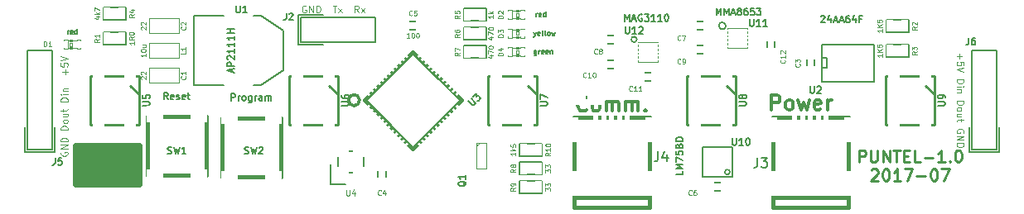
<source format=gto>
G04 (created by PCBNEW (22-Jun-2014 BZR 4027)-stable) date Tue Jul 18 17:56:31 2017*
%MOIN*%
G04 Gerber Fmt 3.4, Leading zero omitted, Abs format*
%FSLAX34Y34*%
G01*
G70*
G90*
G04 APERTURE LIST*
%ADD10C,0.00590551*%
%ADD11C,0.023622*%
%ADD12C,0.00944882*%
%ADD13C,0.00472441*%
%ADD14C,0.011811*%
%ADD15C,0.00787402*%
%ADD16C,0.00433071*%
%ADD17C,0.005*%
%ADD18C,0.0098*%
%ADD19C,0.015*%
%ADD20C,0.0031*%
%ADD21C,0.0039*%
%ADD22C,0.012*%
%ADD23C,0.0026*%
%ADD24C,0.004*%
%ADD25C,0.008*%
%ADD26C,0.006*%
%ADD27C,0.00551181*%
%ADD28C,0.00393701*%
%ADD29R,0.0236X0.0551*%
%ADD30R,0.0472X0.0787*%
%ADD31R,0.0197X0.098474*%
%ADD32R,0.0787X0.0984*%
%ADD33C,0.0354*%
%ADD34C,0.06*%
%ADD35R,0.0394X0.0315*%
%ADD36R,0.0590551X0.0393701*%
%ADD37R,0.035X0.055*%
%ADD38R,0.0551181X0.0511811*%
%ADD39R,0.025X0.045*%
%ADD40R,0.0314X0.0314*%
%ADD41R,0.08X0.144*%
%ADD42R,0.08X0.04*%
%ADD43R,0.0354X0.0394*%
%ADD44R,0.0394X0.0354*%
%ADD45R,0.07X0.07*%
%ADD46R,0.05X0.016*%
%ADD47R,0.0275591X0.00787402*%
G04 APERTURE END LIST*
G54D10*
G54D11*
X50787Y-37204D02*
X50984Y-37204D01*
X48425Y-37204D02*
X50787Y-37204D01*
X50984Y-37007D02*
X48425Y-37204D01*
X48425Y-37007D02*
X50984Y-37007D01*
X50984Y-36811D02*
X48425Y-37007D01*
X48425Y-36811D02*
X50984Y-36811D01*
X50984Y-36614D02*
X48425Y-36811D01*
X48425Y-36614D02*
X50984Y-36614D01*
X50984Y-36417D02*
X48425Y-36614D01*
X48425Y-36417D02*
X50984Y-36417D01*
X50984Y-36220D02*
X48425Y-36417D01*
X48425Y-36220D02*
X50984Y-36220D01*
X50984Y-36023D02*
X48425Y-36220D01*
X48425Y-36023D02*
X50984Y-36023D01*
X50984Y-35826D02*
X48425Y-36023D01*
X50984Y-37401D02*
X50984Y-35826D01*
X48425Y-37401D02*
X50984Y-37401D01*
X48425Y-35826D02*
X48425Y-37401D01*
X48425Y-35826D02*
X50984Y-35826D01*
G54D12*
X79941Y-36491D02*
X79941Y-36018D01*
X80121Y-36018D01*
X80166Y-36041D01*
X80188Y-36063D01*
X80211Y-36108D01*
X80211Y-36176D01*
X80188Y-36221D01*
X80166Y-36243D01*
X80121Y-36266D01*
X79941Y-36266D01*
X80413Y-36018D02*
X80413Y-36401D01*
X80436Y-36446D01*
X80458Y-36468D01*
X80503Y-36491D01*
X80593Y-36491D01*
X80638Y-36468D01*
X80661Y-36446D01*
X80683Y-36401D01*
X80683Y-36018D01*
X80908Y-36491D02*
X80908Y-36018D01*
X81178Y-36491D01*
X81178Y-36018D01*
X81336Y-36018D02*
X81606Y-36018D01*
X81471Y-36491D02*
X81471Y-36018D01*
X81763Y-36243D02*
X81921Y-36243D01*
X81988Y-36491D02*
X81763Y-36491D01*
X81763Y-36018D01*
X81988Y-36018D01*
X82416Y-36491D02*
X82191Y-36491D01*
X82191Y-36018D01*
X82573Y-36311D02*
X82933Y-36311D01*
X83406Y-36491D02*
X83136Y-36491D01*
X83271Y-36491D02*
X83271Y-36018D01*
X83226Y-36086D01*
X83181Y-36131D01*
X83136Y-36153D01*
X83608Y-36446D02*
X83631Y-36468D01*
X83608Y-36491D01*
X83586Y-36468D01*
X83608Y-36446D01*
X83608Y-36491D01*
X83923Y-36018D02*
X83968Y-36018D01*
X84013Y-36041D01*
X84035Y-36063D01*
X84058Y-36108D01*
X84080Y-36198D01*
X84080Y-36311D01*
X84058Y-36401D01*
X84035Y-36446D01*
X84013Y-36468D01*
X83968Y-36491D01*
X83923Y-36491D01*
X83878Y-36468D01*
X83856Y-36446D01*
X83833Y-36401D01*
X83811Y-36311D01*
X83811Y-36198D01*
X83833Y-36108D01*
X83856Y-36063D01*
X83878Y-36041D01*
X83923Y-36018D01*
X80447Y-36819D02*
X80470Y-36797D01*
X80515Y-36774D01*
X80627Y-36774D01*
X80672Y-36797D01*
X80695Y-36819D01*
X80717Y-36864D01*
X80717Y-36909D01*
X80695Y-36977D01*
X80425Y-37247D01*
X80717Y-37247D01*
X81010Y-36774D02*
X81055Y-36774D01*
X81100Y-36797D01*
X81122Y-36819D01*
X81145Y-36864D01*
X81167Y-36954D01*
X81167Y-37067D01*
X81145Y-37157D01*
X81122Y-37202D01*
X81100Y-37224D01*
X81055Y-37247D01*
X81010Y-37247D01*
X80965Y-37224D01*
X80942Y-37202D01*
X80920Y-37157D01*
X80897Y-37067D01*
X80897Y-36954D01*
X80920Y-36864D01*
X80942Y-36819D01*
X80965Y-36797D01*
X81010Y-36774D01*
X81617Y-37247D02*
X81347Y-37247D01*
X81482Y-37247D02*
X81482Y-36774D01*
X81437Y-36842D01*
X81392Y-36887D01*
X81347Y-36909D01*
X81775Y-36774D02*
X82089Y-36774D01*
X81887Y-37247D01*
X82269Y-37067D02*
X82629Y-37067D01*
X82944Y-36774D02*
X82989Y-36774D01*
X83034Y-36797D01*
X83057Y-36819D01*
X83079Y-36864D01*
X83102Y-36954D01*
X83102Y-37067D01*
X83079Y-37157D01*
X83057Y-37202D01*
X83034Y-37224D01*
X82989Y-37247D01*
X82944Y-37247D01*
X82899Y-37224D01*
X82877Y-37202D01*
X82854Y-37157D01*
X82832Y-37067D01*
X82832Y-36954D01*
X82854Y-36864D01*
X82877Y-36819D01*
X82899Y-36797D01*
X82944Y-36774D01*
X83259Y-36774D02*
X83574Y-36774D01*
X83372Y-37247D01*
G54D13*
X57699Y-30199D02*
X57672Y-30185D01*
X57633Y-30185D01*
X57594Y-30199D01*
X57567Y-30225D01*
X57554Y-30251D01*
X57541Y-30304D01*
X57541Y-30343D01*
X57554Y-30395D01*
X57567Y-30422D01*
X57594Y-30448D01*
X57633Y-30461D01*
X57659Y-30461D01*
X57699Y-30448D01*
X57712Y-30435D01*
X57712Y-30343D01*
X57659Y-30343D01*
X57830Y-30461D02*
X57830Y-30185D01*
X57987Y-30461D01*
X57987Y-30185D01*
X58119Y-30461D02*
X58119Y-30185D01*
X58184Y-30185D01*
X58224Y-30199D01*
X58250Y-30225D01*
X58263Y-30251D01*
X58276Y-30304D01*
X58276Y-30343D01*
X58263Y-30395D01*
X58250Y-30422D01*
X58224Y-30448D01*
X58184Y-30461D01*
X58119Y-30461D01*
X58775Y-30185D02*
X58932Y-30185D01*
X58854Y-30461D02*
X58854Y-30185D01*
X58998Y-30461D02*
X59142Y-30277D01*
X58998Y-30277D02*
X59142Y-30461D01*
X59825Y-30461D02*
X59733Y-30330D01*
X59667Y-30461D02*
X59667Y-30185D01*
X59772Y-30185D01*
X59798Y-30199D01*
X59812Y-30212D01*
X59825Y-30238D01*
X59825Y-30277D01*
X59812Y-30304D01*
X59798Y-30317D01*
X59772Y-30330D01*
X59667Y-30330D01*
X59917Y-30461D02*
X60061Y-30277D01*
X59917Y-30277D02*
X60061Y-30461D01*
G54D14*
X76432Y-34389D02*
X76432Y-33798D01*
X76657Y-33798D01*
X76714Y-33826D01*
X76742Y-33854D01*
X76770Y-33910D01*
X76770Y-33995D01*
X76742Y-34051D01*
X76714Y-34079D01*
X76657Y-34107D01*
X76432Y-34107D01*
X77107Y-34389D02*
X77051Y-34360D01*
X77023Y-34332D01*
X76995Y-34276D01*
X76995Y-34107D01*
X77023Y-34051D01*
X77051Y-34023D01*
X77107Y-33995D01*
X77192Y-33995D01*
X77248Y-34023D01*
X77276Y-34051D01*
X77304Y-34107D01*
X77304Y-34276D01*
X77276Y-34332D01*
X77248Y-34360D01*
X77192Y-34389D01*
X77107Y-34389D01*
X77501Y-33995D02*
X77614Y-34389D01*
X77726Y-34107D01*
X77839Y-34389D01*
X77951Y-33995D01*
X78401Y-34360D02*
X78345Y-34389D01*
X78232Y-34389D01*
X78176Y-34360D01*
X78148Y-34304D01*
X78148Y-34079D01*
X78176Y-34023D01*
X78232Y-33995D01*
X78345Y-33995D01*
X78401Y-34023D01*
X78429Y-34079D01*
X78429Y-34135D01*
X78148Y-34192D01*
X78682Y-34389D02*
X78682Y-33995D01*
X78682Y-34107D02*
X78710Y-34051D01*
X78738Y-34023D01*
X78795Y-33995D01*
X78851Y-33995D01*
X68987Y-34382D02*
X68959Y-34410D01*
X68875Y-34439D01*
X68818Y-34439D01*
X68734Y-34410D01*
X68678Y-34354D01*
X68650Y-34298D01*
X68622Y-34185D01*
X68622Y-34101D01*
X68650Y-33989D01*
X68678Y-33932D01*
X68734Y-33876D01*
X68818Y-33848D01*
X68875Y-33848D01*
X68959Y-33876D01*
X68987Y-33904D01*
X69325Y-34439D02*
X69268Y-34410D01*
X69240Y-34382D01*
X69212Y-34326D01*
X69212Y-34157D01*
X69240Y-34101D01*
X69268Y-34073D01*
X69325Y-34045D01*
X69409Y-34045D01*
X69465Y-34073D01*
X69493Y-34101D01*
X69521Y-34157D01*
X69521Y-34326D01*
X69493Y-34382D01*
X69465Y-34410D01*
X69409Y-34439D01*
X69325Y-34439D01*
X69775Y-34439D02*
X69775Y-34045D01*
X69775Y-34101D02*
X69803Y-34073D01*
X69859Y-34045D01*
X69943Y-34045D01*
X70000Y-34073D01*
X70028Y-34129D01*
X70028Y-34439D01*
X70028Y-34129D02*
X70056Y-34073D01*
X70112Y-34045D01*
X70196Y-34045D01*
X70253Y-34073D01*
X70281Y-34129D01*
X70281Y-34439D01*
X70562Y-34439D02*
X70562Y-34045D01*
X70562Y-34101D02*
X70590Y-34073D01*
X70646Y-34045D01*
X70731Y-34045D01*
X70787Y-34073D01*
X70815Y-34129D01*
X70815Y-34439D01*
X70815Y-34129D02*
X70843Y-34073D01*
X70899Y-34045D01*
X70984Y-34045D01*
X71040Y-34073D01*
X71068Y-34129D01*
X71068Y-34439D01*
X71349Y-34382D02*
X71377Y-34410D01*
X71349Y-34439D01*
X71321Y-34410D01*
X71349Y-34382D01*
X71349Y-34439D01*
G54D15*
X74591Y-31000D02*
G75*
G03X74591Y-31000I-141J0D01*
G74*
G01*
X71011Y-31550D02*
G75*
G03X71011Y-31550I-111J0D01*
G74*
G01*
G54D16*
X83993Y-32116D02*
X83993Y-32326D01*
X83888Y-32221D02*
X84098Y-32221D01*
X84164Y-32589D02*
X84164Y-32458D01*
X84032Y-32444D01*
X84045Y-32458D01*
X84059Y-32484D01*
X84059Y-32549D01*
X84045Y-32576D01*
X84032Y-32589D01*
X84006Y-32602D01*
X83940Y-32602D01*
X83914Y-32589D01*
X83901Y-32576D01*
X83888Y-32549D01*
X83888Y-32484D01*
X83901Y-32458D01*
X83914Y-32444D01*
X84164Y-32681D02*
X83888Y-32772D01*
X84164Y-32864D01*
X83888Y-33166D02*
X84164Y-33166D01*
X84164Y-33232D01*
X84150Y-33271D01*
X84124Y-33297D01*
X84098Y-33311D01*
X84045Y-33324D01*
X84006Y-33324D01*
X83954Y-33311D01*
X83927Y-33297D01*
X83901Y-33271D01*
X83888Y-33232D01*
X83888Y-33166D01*
X83888Y-33442D02*
X84072Y-33442D01*
X84164Y-33442D02*
X84150Y-33429D01*
X84137Y-33442D01*
X84150Y-33455D01*
X84164Y-33442D01*
X84137Y-33442D01*
X84072Y-33573D02*
X83888Y-33573D01*
X84045Y-33573D02*
X84059Y-33586D01*
X84072Y-33612D01*
X84072Y-33652D01*
X84059Y-33678D01*
X84032Y-33691D01*
X83888Y-33691D01*
X83888Y-34032D02*
X84164Y-34032D01*
X84164Y-34098D01*
X84150Y-34137D01*
X84124Y-34164D01*
X84098Y-34177D01*
X84045Y-34190D01*
X84006Y-34190D01*
X83954Y-34177D01*
X83927Y-34164D01*
X83901Y-34137D01*
X83888Y-34098D01*
X83888Y-34032D01*
X83888Y-34347D02*
X83901Y-34321D01*
X83914Y-34308D01*
X83940Y-34295D01*
X84019Y-34295D01*
X84045Y-34308D01*
X84059Y-34321D01*
X84072Y-34347D01*
X84072Y-34387D01*
X84059Y-34413D01*
X84045Y-34426D01*
X84019Y-34439D01*
X83940Y-34439D01*
X83914Y-34426D01*
X83901Y-34413D01*
X83888Y-34387D01*
X83888Y-34347D01*
X84072Y-34675D02*
X83888Y-34675D01*
X84072Y-34557D02*
X83927Y-34557D01*
X83901Y-34570D01*
X83888Y-34597D01*
X83888Y-34636D01*
X83901Y-34662D01*
X83914Y-34675D01*
X84072Y-34767D02*
X84072Y-34872D01*
X84164Y-34807D02*
X83927Y-34807D01*
X83901Y-34820D01*
X83888Y-34846D01*
X83888Y-34872D01*
X84150Y-35318D02*
X84164Y-35292D01*
X84164Y-35253D01*
X84150Y-35213D01*
X84124Y-35187D01*
X84098Y-35174D01*
X84045Y-35161D01*
X84006Y-35161D01*
X83954Y-35174D01*
X83927Y-35187D01*
X83901Y-35213D01*
X83888Y-35253D01*
X83888Y-35279D01*
X83901Y-35318D01*
X83914Y-35332D01*
X84006Y-35332D01*
X84006Y-35279D01*
X83888Y-35450D02*
X84164Y-35450D01*
X83888Y-35607D01*
X84164Y-35607D01*
X83888Y-35738D02*
X84164Y-35738D01*
X84164Y-35804D01*
X84150Y-35843D01*
X84124Y-35870D01*
X84098Y-35883D01*
X84045Y-35896D01*
X84006Y-35896D01*
X83954Y-35883D01*
X83927Y-35870D01*
X83901Y-35843D01*
X83888Y-35804D01*
X83888Y-35738D01*
X47849Y-36093D02*
X47835Y-36120D01*
X47835Y-36159D01*
X47849Y-36198D01*
X47875Y-36225D01*
X47901Y-36238D01*
X47954Y-36251D01*
X47993Y-36251D01*
X48045Y-36238D01*
X48072Y-36225D01*
X48098Y-36198D01*
X48111Y-36159D01*
X48111Y-36133D01*
X48098Y-36093D01*
X48085Y-36080D01*
X47993Y-36080D01*
X47993Y-36133D01*
X48111Y-35962D02*
X47835Y-35962D01*
X48111Y-35805D01*
X47835Y-35805D01*
X48111Y-35673D02*
X47835Y-35673D01*
X47835Y-35608D01*
X47849Y-35568D01*
X47875Y-35542D01*
X47901Y-35529D01*
X47954Y-35516D01*
X47993Y-35516D01*
X48045Y-35529D01*
X48072Y-35542D01*
X48098Y-35568D01*
X48111Y-35608D01*
X48111Y-35673D01*
X48111Y-35188D02*
X47835Y-35188D01*
X47835Y-35122D01*
X47849Y-35083D01*
X47875Y-35057D01*
X47901Y-35043D01*
X47954Y-35030D01*
X47993Y-35030D01*
X48045Y-35043D01*
X48072Y-35057D01*
X48098Y-35083D01*
X48111Y-35122D01*
X48111Y-35188D01*
X48111Y-34873D02*
X48098Y-34899D01*
X48085Y-34912D01*
X48059Y-34925D01*
X47980Y-34925D01*
X47954Y-34912D01*
X47940Y-34899D01*
X47927Y-34873D01*
X47927Y-34833D01*
X47940Y-34807D01*
X47954Y-34794D01*
X47980Y-34781D01*
X48059Y-34781D01*
X48085Y-34794D01*
X48098Y-34807D01*
X48111Y-34833D01*
X48111Y-34873D01*
X47927Y-34545D02*
X48111Y-34545D01*
X47927Y-34663D02*
X48072Y-34663D01*
X48098Y-34650D01*
X48111Y-34624D01*
X48111Y-34584D01*
X48098Y-34558D01*
X48085Y-34545D01*
X47927Y-34453D02*
X47927Y-34348D01*
X47835Y-34414D02*
X48072Y-34414D01*
X48098Y-34400D01*
X48111Y-34374D01*
X48111Y-34348D01*
X48111Y-34046D02*
X47835Y-34046D01*
X47835Y-33980D01*
X47849Y-33941D01*
X47875Y-33915D01*
X47901Y-33902D01*
X47954Y-33889D01*
X47993Y-33889D01*
X48045Y-33902D01*
X48072Y-33915D01*
X48098Y-33941D01*
X48111Y-33980D01*
X48111Y-34046D01*
X48111Y-33770D02*
X47927Y-33770D01*
X47835Y-33770D02*
X47849Y-33784D01*
X47862Y-33770D01*
X47849Y-33757D01*
X47835Y-33770D01*
X47862Y-33770D01*
X47927Y-33639D02*
X48111Y-33639D01*
X47954Y-33639D02*
X47940Y-33626D01*
X47927Y-33600D01*
X47927Y-33561D01*
X47940Y-33534D01*
X47967Y-33521D01*
X48111Y-33521D01*
X48006Y-32970D02*
X48006Y-32760D01*
X48111Y-32865D02*
X47901Y-32865D01*
X47835Y-32498D02*
X47835Y-32629D01*
X47967Y-32642D01*
X47954Y-32629D01*
X47940Y-32603D01*
X47940Y-32537D01*
X47954Y-32511D01*
X47967Y-32498D01*
X47993Y-32484D01*
X48059Y-32484D01*
X48085Y-32498D01*
X48098Y-32511D01*
X48111Y-32537D01*
X48111Y-32603D01*
X48098Y-32629D01*
X48085Y-32642D01*
X47835Y-32406D02*
X48111Y-32314D01*
X47835Y-32222D01*
G54D10*
X54699Y-34011D02*
X54699Y-33735D01*
X54804Y-33735D01*
X54830Y-33749D01*
X54843Y-33762D01*
X54856Y-33788D01*
X54856Y-33827D01*
X54843Y-33854D01*
X54830Y-33867D01*
X54804Y-33880D01*
X54699Y-33880D01*
X54975Y-34011D02*
X54975Y-33827D01*
X54975Y-33880D02*
X54988Y-33854D01*
X55001Y-33840D01*
X55027Y-33827D01*
X55053Y-33827D01*
X55185Y-34011D02*
X55158Y-33998D01*
X55145Y-33985D01*
X55132Y-33959D01*
X55132Y-33880D01*
X55145Y-33854D01*
X55158Y-33840D01*
X55185Y-33827D01*
X55224Y-33827D01*
X55250Y-33840D01*
X55263Y-33854D01*
X55276Y-33880D01*
X55276Y-33959D01*
X55263Y-33985D01*
X55250Y-33998D01*
X55224Y-34011D01*
X55185Y-34011D01*
X55513Y-33827D02*
X55513Y-34050D01*
X55500Y-34077D01*
X55486Y-34090D01*
X55460Y-34103D01*
X55421Y-34103D01*
X55395Y-34090D01*
X55513Y-33998D02*
X55486Y-34011D01*
X55434Y-34011D01*
X55408Y-33998D01*
X55395Y-33985D01*
X55381Y-33959D01*
X55381Y-33880D01*
X55395Y-33854D01*
X55408Y-33840D01*
X55434Y-33827D01*
X55486Y-33827D01*
X55513Y-33840D01*
X55644Y-34011D02*
X55644Y-33827D01*
X55644Y-33880D02*
X55657Y-33854D01*
X55670Y-33840D01*
X55696Y-33827D01*
X55723Y-33827D01*
X55933Y-34011D02*
X55933Y-33867D01*
X55919Y-33840D01*
X55893Y-33827D01*
X55841Y-33827D01*
X55814Y-33840D01*
X55933Y-33998D02*
X55906Y-34011D01*
X55841Y-34011D01*
X55814Y-33998D01*
X55801Y-33972D01*
X55801Y-33945D01*
X55814Y-33919D01*
X55841Y-33906D01*
X55906Y-33906D01*
X55933Y-33893D01*
X56064Y-34011D02*
X56064Y-33827D01*
X56064Y-33854D02*
X56077Y-33840D01*
X56103Y-33827D01*
X56143Y-33827D01*
X56169Y-33840D01*
X56182Y-33867D01*
X56182Y-34011D01*
X56182Y-33867D02*
X56195Y-33840D01*
X56221Y-33827D01*
X56261Y-33827D01*
X56287Y-33840D01*
X56300Y-33867D01*
X56300Y-34011D01*
X52148Y-33961D02*
X52056Y-33830D01*
X51991Y-33961D02*
X51991Y-33685D01*
X52096Y-33685D01*
X52122Y-33699D01*
X52135Y-33712D01*
X52148Y-33738D01*
X52148Y-33777D01*
X52135Y-33804D01*
X52122Y-33817D01*
X52096Y-33830D01*
X51991Y-33830D01*
X52371Y-33948D02*
X52345Y-33961D01*
X52293Y-33961D01*
X52266Y-33948D01*
X52253Y-33922D01*
X52253Y-33817D01*
X52266Y-33790D01*
X52293Y-33777D01*
X52345Y-33777D01*
X52371Y-33790D01*
X52385Y-33817D01*
X52385Y-33843D01*
X52253Y-33869D01*
X52490Y-33948D02*
X52516Y-33961D01*
X52568Y-33961D01*
X52595Y-33948D01*
X52608Y-33922D01*
X52608Y-33909D01*
X52595Y-33882D01*
X52568Y-33869D01*
X52529Y-33869D01*
X52503Y-33856D01*
X52490Y-33830D01*
X52490Y-33817D01*
X52503Y-33790D01*
X52529Y-33777D01*
X52568Y-33777D01*
X52595Y-33790D01*
X52831Y-33948D02*
X52804Y-33961D01*
X52752Y-33961D01*
X52726Y-33948D01*
X52713Y-33922D01*
X52713Y-33817D01*
X52726Y-33790D01*
X52752Y-33777D01*
X52804Y-33777D01*
X52831Y-33790D01*
X52844Y-33817D01*
X52844Y-33843D01*
X52713Y-33869D01*
X52923Y-33777D02*
X53028Y-33777D01*
X52962Y-33685D02*
X52962Y-33922D01*
X52975Y-33948D01*
X53001Y-33961D01*
X53028Y-33961D01*
G54D17*
X78450Y-33200D02*
X78450Y-33250D01*
X78450Y-33250D02*
X80550Y-33250D01*
X80550Y-31750D02*
X78450Y-31750D01*
X78450Y-31750D02*
X78450Y-33200D01*
X78450Y-32300D02*
X78650Y-32300D01*
X78650Y-32300D02*
X78650Y-32700D01*
X78650Y-32700D02*
X78450Y-32700D01*
X80550Y-31750D02*
X80550Y-33250D01*
G54D18*
X66984Y-33770D02*
X66630Y-33416D01*
X65016Y-34984D02*
X65016Y-33016D01*
X65016Y-33016D02*
X66984Y-33016D01*
X66984Y-33016D02*
X66984Y-34984D01*
X66984Y-34984D02*
X65055Y-34984D01*
X58984Y-33770D02*
X58630Y-33416D01*
X57016Y-34984D02*
X57016Y-33016D01*
X57016Y-33016D02*
X58984Y-33016D01*
X58984Y-33016D02*
X58984Y-34984D01*
X58984Y-34984D02*
X57055Y-34984D01*
X50984Y-33770D02*
X50630Y-33416D01*
X49016Y-34984D02*
X49016Y-33016D01*
X49016Y-33016D02*
X50984Y-33016D01*
X50984Y-33016D02*
X50984Y-34984D01*
X50984Y-34984D02*
X49055Y-34984D01*
X82984Y-33770D02*
X82630Y-33416D01*
X81016Y-34984D02*
X81016Y-33016D01*
X81016Y-33016D02*
X82984Y-33016D01*
X82984Y-33016D02*
X82984Y-34984D01*
X82984Y-34984D02*
X81055Y-34984D01*
X74984Y-33770D02*
X74630Y-33416D01*
X73016Y-34984D02*
X73016Y-33016D01*
X73016Y-33016D02*
X74984Y-33016D01*
X74984Y-33016D02*
X74984Y-34984D01*
X74984Y-34984D02*
X73055Y-34984D01*
G54D19*
X76484Y-37917D02*
X79516Y-37917D01*
X76484Y-38311D02*
X79516Y-38311D01*
X79516Y-38311D02*
X79516Y-34689D01*
X79516Y-34689D02*
X76484Y-34689D01*
X76484Y-34689D02*
X76484Y-38311D01*
X68484Y-37917D02*
X71516Y-37917D01*
X68484Y-38311D02*
X71516Y-38311D01*
X71516Y-38311D02*
X71516Y-34689D01*
X71516Y-34689D02*
X68484Y-34689D01*
X68484Y-34689D02*
X68484Y-38311D01*
G54D10*
X84500Y-33000D02*
X84500Y-32000D01*
X84500Y-32000D02*
X85500Y-32000D01*
X85500Y-32000D02*
X85500Y-33000D01*
X84500Y-34000D02*
X84500Y-33000D01*
X85500Y-33000D02*
X85500Y-34000D01*
X84400Y-35100D02*
X84400Y-36100D01*
X84400Y-36100D02*
X85600Y-36100D01*
X85600Y-36100D02*
X85600Y-35100D01*
X85500Y-34000D02*
X85500Y-36000D01*
X85500Y-36000D02*
X84500Y-36000D01*
X84500Y-36000D02*
X84500Y-34000D01*
X46500Y-33000D02*
X46500Y-32000D01*
X46500Y-32000D02*
X47500Y-32000D01*
X47500Y-32000D02*
X47500Y-33000D01*
X46500Y-34000D02*
X46500Y-33000D01*
X47500Y-33000D02*
X47500Y-34000D01*
X46400Y-35100D02*
X46400Y-36100D01*
X46400Y-36100D02*
X47600Y-36100D01*
X47600Y-36100D02*
X47600Y-35100D01*
X47500Y-34000D02*
X47500Y-36000D01*
X47500Y-36000D02*
X46500Y-36000D01*
X46500Y-36000D02*
X46500Y-34000D01*
X59500Y-30650D02*
X60500Y-30650D01*
X60500Y-30650D02*
X60500Y-31650D01*
X60500Y-31650D02*
X59500Y-31650D01*
X58400Y-30550D02*
X57400Y-30550D01*
X57400Y-30550D02*
X57400Y-31750D01*
X57400Y-31750D02*
X58400Y-31750D01*
X59500Y-31650D02*
X57500Y-31650D01*
X57500Y-31650D02*
X57500Y-30650D01*
X57500Y-30650D02*
X59500Y-30650D01*
G54D20*
X64674Y-35787D02*
G75*
G03X64674Y-35787I-62J0D01*
G74*
G01*
X64950Y-36750D02*
X64550Y-36750D01*
X64950Y-35725D02*
X64550Y-35725D01*
X64550Y-36750D02*
X64550Y-35725D01*
X64950Y-35725D02*
X64950Y-36750D01*
G54D21*
X51400Y-31700D02*
X52600Y-31700D01*
X52600Y-31700D02*
X52600Y-32300D01*
X52600Y-32300D02*
X51400Y-32300D01*
X51800Y-32300D02*
X51400Y-32300D01*
X51400Y-32300D02*
X51400Y-31700D01*
X51400Y-31700D02*
X51800Y-31700D01*
X51400Y-30700D02*
X52600Y-30700D01*
X52600Y-30700D02*
X52600Y-31300D01*
X52600Y-31300D02*
X51400Y-31300D01*
X51800Y-31300D02*
X51400Y-31300D01*
X51400Y-31300D02*
X51400Y-30700D01*
X51400Y-30700D02*
X51800Y-30700D01*
X51400Y-32700D02*
X52600Y-32700D01*
X52600Y-32700D02*
X52600Y-33300D01*
X52600Y-33300D02*
X51400Y-33300D01*
X51800Y-33300D02*
X51400Y-33300D01*
X51400Y-33300D02*
X51400Y-32700D01*
X51400Y-32700D02*
X51800Y-32700D01*
G54D15*
X58700Y-36600D02*
X58700Y-37400D01*
X58700Y-37400D02*
X59300Y-37400D01*
X58988Y-36066D02*
X60011Y-36066D01*
X60011Y-36066D02*
X60011Y-36933D01*
X60011Y-36933D02*
X58988Y-36933D01*
X58988Y-36933D02*
X58988Y-36066D01*
G54D17*
X67200Y-36250D02*
X66300Y-36250D01*
X66300Y-36250D02*
X66300Y-35750D01*
X66300Y-35750D02*
X67200Y-35750D01*
X67200Y-35750D02*
X67200Y-36250D01*
X81950Y-32250D02*
X81050Y-32250D01*
X81050Y-32250D02*
X81050Y-31750D01*
X81050Y-31750D02*
X81950Y-31750D01*
X81950Y-31750D02*
X81950Y-32250D01*
X81950Y-31250D02*
X81050Y-31250D01*
X81050Y-31250D02*
X81050Y-30750D01*
X81050Y-30750D02*
X81950Y-30750D01*
X81950Y-30750D02*
X81950Y-31250D01*
X66300Y-37250D02*
X67200Y-37250D01*
X67200Y-37250D02*
X67200Y-37750D01*
X67200Y-37750D02*
X66300Y-37750D01*
X66300Y-37750D02*
X66300Y-37250D01*
X66300Y-36500D02*
X67200Y-36500D01*
X67200Y-36500D02*
X67200Y-37000D01*
X67200Y-37000D02*
X66300Y-37000D01*
X66300Y-37000D02*
X66300Y-36500D01*
X49550Y-31250D02*
X50450Y-31250D01*
X50450Y-31250D02*
X50450Y-31750D01*
X50450Y-31750D02*
X49550Y-31750D01*
X49550Y-31750D02*
X49550Y-31250D01*
X50450Y-30750D02*
X49550Y-30750D01*
X49550Y-30750D02*
X49550Y-30250D01*
X49550Y-30250D02*
X50450Y-30250D01*
X50450Y-30250D02*
X50450Y-30750D01*
X64050Y-31800D02*
X64950Y-31800D01*
X64950Y-31800D02*
X64950Y-32300D01*
X64950Y-32300D02*
X64050Y-32300D01*
X64050Y-32300D02*
X64050Y-31800D01*
X64050Y-31050D02*
X64950Y-31050D01*
X64950Y-31050D02*
X64950Y-31550D01*
X64950Y-31550D02*
X64050Y-31550D01*
X64050Y-31550D02*
X64050Y-31050D01*
X64050Y-30300D02*
X64950Y-30300D01*
X64950Y-30300D02*
X64950Y-30800D01*
X64950Y-30800D02*
X64050Y-30800D01*
X64050Y-30800D02*
X64050Y-30300D01*
G54D22*
X59853Y-34000D02*
G75*
G03X59853Y-34000I-220J0D01*
G74*
G01*
G54D19*
X60051Y-34000D02*
X62000Y-32051D01*
X62000Y-32051D02*
X63948Y-34000D01*
X63948Y-34000D02*
X62000Y-35948D01*
X62000Y-35948D02*
X60051Y-34000D01*
G54D23*
X48123Y-31927D02*
X48123Y-31573D01*
X48123Y-31573D02*
X47966Y-31573D01*
X47966Y-31927D02*
X47966Y-31573D01*
X48123Y-31927D02*
X47966Y-31927D01*
X48634Y-31927D02*
X48634Y-31573D01*
X48634Y-31573D02*
X48477Y-31573D01*
X48477Y-31927D02*
X48477Y-31573D01*
X48634Y-31927D02*
X48477Y-31927D01*
X48300Y-31927D02*
X48300Y-31868D01*
X48300Y-31868D02*
X48182Y-31868D01*
X48182Y-31927D02*
X48182Y-31868D01*
X48300Y-31927D02*
X48182Y-31927D01*
X48300Y-31632D02*
X48300Y-31573D01*
X48300Y-31573D02*
X48182Y-31573D01*
X48182Y-31632D02*
X48182Y-31573D01*
X48300Y-31632D02*
X48182Y-31632D01*
X48300Y-31809D02*
X48300Y-31691D01*
X48300Y-31691D02*
X48182Y-31691D01*
X48182Y-31809D02*
X48182Y-31691D01*
X48300Y-31809D02*
X48182Y-31809D01*
G54D24*
X48123Y-31907D02*
X48477Y-31907D01*
X48123Y-31593D02*
X48477Y-31593D01*
G54D23*
X66327Y-30373D02*
X66327Y-30727D01*
X66327Y-30727D02*
X66484Y-30727D01*
X66484Y-30373D02*
X66484Y-30727D01*
X66327Y-30373D02*
X66484Y-30373D01*
X65816Y-30373D02*
X65816Y-30727D01*
X65816Y-30727D02*
X65973Y-30727D01*
X65973Y-30373D02*
X65973Y-30727D01*
X65816Y-30373D02*
X65973Y-30373D01*
X66150Y-30373D02*
X66150Y-30432D01*
X66150Y-30432D02*
X66268Y-30432D01*
X66268Y-30373D02*
X66268Y-30432D01*
X66150Y-30373D02*
X66268Y-30373D01*
X66150Y-30668D02*
X66150Y-30727D01*
X66150Y-30727D02*
X66268Y-30727D01*
X66268Y-30668D02*
X66268Y-30727D01*
X66150Y-30668D02*
X66268Y-30668D01*
X66150Y-30491D02*
X66150Y-30609D01*
X66150Y-30609D02*
X66268Y-30609D01*
X66268Y-30491D02*
X66268Y-30609D01*
X66150Y-30491D02*
X66268Y-30491D01*
G54D24*
X66327Y-30393D02*
X65973Y-30393D01*
X66327Y-30707D02*
X65973Y-30707D01*
G54D23*
X66327Y-31873D02*
X66327Y-32227D01*
X66327Y-32227D02*
X66484Y-32227D01*
X66484Y-31873D02*
X66484Y-32227D01*
X66327Y-31873D02*
X66484Y-31873D01*
X65816Y-31873D02*
X65816Y-32227D01*
X65816Y-32227D02*
X65973Y-32227D01*
X65973Y-31873D02*
X65973Y-32227D01*
X65816Y-31873D02*
X65973Y-31873D01*
X66150Y-31873D02*
X66150Y-31932D01*
X66150Y-31932D02*
X66268Y-31932D01*
X66268Y-31873D02*
X66268Y-31932D01*
X66150Y-31873D02*
X66268Y-31873D01*
X66150Y-32168D02*
X66150Y-32227D01*
X66150Y-32227D02*
X66268Y-32227D01*
X66268Y-32168D02*
X66268Y-32227D01*
X66150Y-32168D02*
X66268Y-32168D01*
X66150Y-31991D02*
X66150Y-32109D01*
X66150Y-32109D02*
X66268Y-32109D01*
X66268Y-31991D02*
X66268Y-32109D01*
X66150Y-31991D02*
X66268Y-31991D01*
G54D24*
X66327Y-31893D02*
X65973Y-31893D01*
X66327Y-32207D02*
X65973Y-32207D01*
G54D23*
X66327Y-31123D02*
X66327Y-31477D01*
X66327Y-31477D02*
X66484Y-31477D01*
X66484Y-31123D02*
X66484Y-31477D01*
X66327Y-31123D02*
X66484Y-31123D01*
X65816Y-31123D02*
X65816Y-31477D01*
X65816Y-31477D02*
X65973Y-31477D01*
X65973Y-31123D02*
X65973Y-31477D01*
X65816Y-31123D02*
X65973Y-31123D01*
X66150Y-31123D02*
X66150Y-31182D01*
X66150Y-31182D02*
X66268Y-31182D01*
X66268Y-31123D02*
X66268Y-31182D01*
X66150Y-31123D02*
X66268Y-31123D01*
X66150Y-31418D02*
X66150Y-31477D01*
X66150Y-31477D02*
X66268Y-31477D01*
X66268Y-31418D02*
X66268Y-31477D01*
X66150Y-31418D02*
X66268Y-31418D01*
X66150Y-31241D02*
X66150Y-31359D01*
X66150Y-31359D02*
X66268Y-31359D01*
X66268Y-31241D02*
X66268Y-31359D01*
X66150Y-31241D02*
X66268Y-31241D01*
G54D24*
X66327Y-31143D02*
X65973Y-31143D01*
X66327Y-31457D02*
X65973Y-31457D01*
G54D25*
X54400Y-30600D02*
X53200Y-30600D01*
X53200Y-30600D02*
X53200Y-33400D01*
X53200Y-33400D02*
X54400Y-33400D01*
X55600Y-30600D02*
X55900Y-30600D01*
X55900Y-30600D02*
X56800Y-31200D01*
X56800Y-31200D02*
X56800Y-32800D01*
X56800Y-32800D02*
X55900Y-33400D01*
X55900Y-33400D02*
X55600Y-33400D01*
G54D17*
X61780Y-30840D02*
X61780Y-31160D01*
X62220Y-31150D02*
X62220Y-30840D01*
X62320Y-31160D02*
X61680Y-31160D01*
X61680Y-31160D02*
X61680Y-30840D01*
X61680Y-30840D02*
X62320Y-30840D01*
X62320Y-30840D02*
X62320Y-31160D01*
X60910Y-36780D02*
X60590Y-36780D01*
X60600Y-37220D02*
X60910Y-37220D01*
X60590Y-37320D02*
X60590Y-36680D01*
X60590Y-36680D02*
X60910Y-36680D01*
X60910Y-36680D02*
X60910Y-37320D01*
X60910Y-37320D02*
X60590Y-37320D01*
X78160Y-32280D02*
X77840Y-32280D01*
X77850Y-32720D02*
X78160Y-32720D01*
X77840Y-32820D02*
X77840Y-32180D01*
X77840Y-32180D02*
X78160Y-32180D01*
X78160Y-32180D02*
X78160Y-32820D01*
X78160Y-32820D02*
X77840Y-32820D01*
G54D19*
X51319Y-37031D02*
X51319Y-34669D01*
X51319Y-34669D02*
X53681Y-34669D01*
X53681Y-34669D02*
X53681Y-37031D01*
X53681Y-37031D02*
X51319Y-37031D01*
X54319Y-37081D02*
X54319Y-34719D01*
X54319Y-34719D02*
X56681Y-34719D01*
X56681Y-34719D02*
X56681Y-37081D01*
X56681Y-37081D02*
X54319Y-37081D01*
G54D26*
X74750Y-36900D02*
G75*
G03X74750Y-36900I-100J0D01*
G74*
G01*
X74850Y-35900D02*
X74850Y-37100D01*
X74850Y-37100D02*
X73650Y-37100D01*
X73650Y-37100D02*
X73650Y-35900D01*
X73650Y-35900D02*
X74850Y-35900D01*
G54D20*
X75443Y-31106D02*
X75443Y-31893D01*
X75443Y-31893D02*
X74656Y-31893D01*
X74656Y-31893D02*
X74656Y-31106D01*
X74656Y-31106D02*
X75443Y-31106D01*
X71843Y-31656D02*
X71843Y-32443D01*
X71843Y-32443D02*
X71056Y-32443D01*
X71056Y-32443D02*
X71056Y-31656D01*
X71056Y-31656D02*
X71843Y-31656D01*
G54D17*
X74030Y-37340D02*
X74030Y-37660D01*
X74470Y-37650D02*
X74470Y-37340D01*
X74570Y-37660D02*
X73930Y-37660D01*
X73930Y-37660D02*
X73930Y-37340D01*
X73930Y-37340D02*
X74570Y-37340D01*
X74570Y-37340D02*
X74570Y-37660D01*
X73770Y-31160D02*
X73770Y-30840D01*
X73330Y-30850D02*
X73330Y-31160D01*
X73230Y-30840D02*
X73870Y-30840D01*
X73870Y-30840D02*
X73870Y-31160D01*
X73870Y-31160D02*
X73230Y-31160D01*
X73230Y-31160D02*
X73230Y-30840D01*
X76240Y-31970D02*
X76560Y-31970D01*
X76550Y-31530D02*
X76240Y-31530D01*
X76560Y-31430D02*
X76560Y-32070D01*
X76560Y-32070D02*
X76240Y-32070D01*
X76240Y-32070D02*
X76240Y-31430D01*
X76240Y-31430D02*
X76560Y-31430D01*
X73770Y-32110D02*
X73770Y-31790D01*
X73330Y-31800D02*
X73330Y-32110D01*
X73230Y-31790D02*
X73870Y-31790D01*
X73870Y-31790D02*
X73870Y-32110D01*
X73870Y-32110D02*
X73230Y-32110D01*
X73230Y-32110D02*
X73230Y-31790D01*
X70170Y-31710D02*
X70170Y-31390D01*
X69730Y-31400D02*
X69730Y-31710D01*
X69630Y-31390D02*
X70270Y-31390D01*
X70270Y-31390D02*
X70270Y-31710D01*
X70270Y-31710D02*
X69630Y-31710D01*
X69630Y-31710D02*
X69630Y-31390D01*
X70170Y-32710D02*
X70170Y-32390D01*
X69730Y-32400D02*
X69730Y-32710D01*
X69630Y-32390D02*
X70270Y-32390D01*
X70270Y-32390D02*
X70270Y-32710D01*
X70270Y-32710D02*
X69630Y-32710D01*
X69630Y-32710D02*
X69630Y-32390D01*
X71230Y-32890D02*
X71230Y-33210D01*
X71670Y-33200D02*
X71670Y-32890D01*
X71770Y-33210D02*
X71130Y-33210D01*
X71130Y-33210D02*
X71130Y-32890D01*
X71130Y-32890D02*
X71770Y-32890D01*
X71770Y-32890D02*
X71770Y-33210D01*
G54D27*
X77990Y-33435D02*
X77990Y-33659D01*
X78003Y-33685D01*
X78016Y-33698D01*
X78042Y-33711D01*
X78095Y-33711D01*
X78121Y-33698D01*
X78134Y-33685D01*
X78147Y-33659D01*
X78147Y-33435D01*
X78265Y-33462D02*
X78278Y-33449D01*
X78304Y-33435D01*
X78370Y-33435D01*
X78396Y-33449D01*
X78409Y-33462D01*
X78423Y-33488D01*
X78423Y-33514D01*
X78409Y-33554D01*
X78252Y-33711D01*
X78423Y-33711D01*
X78423Y-30612D02*
X78436Y-30599D01*
X78462Y-30585D01*
X78528Y-30585D01*
X78554Y-30599D01*
X78567Y-30612D01*
X78580Y-30638D01*
X78580Y-30664D01*
X78567Y-30704D01*
X78410Y-30861D01*
X78580Y-30861D01*
X78816Y-30677D02*
X78816Y-30861D01*
X78751Y-30572D02*
X78685Y-30769D01*
X78856Y-30769D01*
X78948Y-30782D02*
X79079Y-30782D01*
X78921Y-30861D02*
X79013Y-30585D01*
X79105Y-30861D01*
X79184Y-30782D02*
X79315Y-30782D01*
X79158Y-30861D02*
X79250Y-30585D01*
X79341Y-30861D01*
X79551Y-30585D02*
X79499Y-30585D01*
X79473Y-30599D01*
X79459Y-30612D01*
X79433Y-30651D01*
X79420Y-30704D01*
X79420Y-30809D01*
X79433Y-30835D01*
X79446Y-30848D01*
X79473Y-30861D01*
X79525Y-30861D01*
X79551Y-30848D01*
X79564Y-30835D01*
X79578Y-30809D01*
X79578Y-30743D01*
X79564Y-30717D01*
X79551Y-30704D01*
X79525Y-30690D01*
X79473Y-30690D01*
X79446Y-30704D01*
X79433Y-30717D01*
X79420Y-30743D01*
X79814Y-30677D02*
X79814Y-30861D01*
X79748Y-30572D02*
X79683Y-30769D01*
X79853Y-30769D01*
X80050Y-30717D02*
X79958Y-30717D01*
X79958Y-30861D02*
X79958Y-30585D01*
X80089Y-30585D01*
X67135Y-34209D02*
X67359Y-34209D01*
X67385Y-34196D01*
X67398Y-34183D01*
X67411Y-34157D01*
X67411Y-34104D01*
X67398Y-34078D01*
X67385Y-34065D01*
X67359Y-34052D01*
X67135Y-34052D01*
X67135Y-33947D02*
X67135Y-33763D01*
X67411Y-33881D01*
X59135Y-34209D02*
X59359Y-34209D01*
X59385Y-34196D01*
X59398Y-34183D01*
X59411Y-34157D01*
X59411Y-34104D01*
X59398Y-34078D01*
X59385Y-34065D01*
X59359Y-34052D01*
X59135Y-34052D01*
X59135Y-33803D02*
X59135Y-33855D01*
X59149Y-33881D01*
X59162Y-33895D01*
X59201Y-33921D01*
X59254Y-33934D01*
X59359Y-33934D01*
X59385Y-33921D01*
X59398Y-33908D01*
X59411Y-33881D01*
X59411Y-33829D01*
X59398Y-33803D01*
X59385Y-33790D01*
X59359Y-33776D01*
X59293Y-33776D01*
X59267Y-33790D01*
X59254Y-33803D01*
X59240Y-33829D01*
X59240Y-33881D01*
X59254Y-33908D01*
X59267Y-33921D01*
X59293Y-33934D01*
X51135Y-34209D02*
X51359Y-34209D01*
X51385Y-34196D01*
X51398Y-34183D01*
X51411Y-34157D01*
X51411Y-34104D01*
X51398Y-34078D01*
X51385Y-34065D01*
X51359Y-34052D01*
X51135Y-34052D01*
X51135Y-33790D02*
X51135Y-33921D01*
X51267Y-33934D01*
X51254Y-33921D01*
X51240Y-33895D01*
X51240Y-33829D01*
X51254Y-33803D01*
X51267Y-33790D01*
X51293Y-33776D01*
X51359Y-33776D01*
X51385Y-33790D01*
X51398Y-33803D01*
X51411Y-33829D01*
X51411Y-33895D01*
X51398Y-33921D01*
X51385Y-33934D01*
X83135Y-34209D02*
X83359Y-34209D01*
X83385Y-34196D01*
X83398Y-34183D01*
X83411Y-34157D01*
X83411Y-34104D01*
X83398Y-34078D01*
X83385Y-34065D01*
X83359Y-34052D01*
X83135Y-34052D01*
X83411Y-33908D02*
X83411Y-33855D01*
X83398Y-33829D01*
X83385Y-33816D01*
X83345Y-33790D01*
X83293Y-33776D01*
X83188Y-33776D01*
X83162Y-33790D01*
X83149Y-33803D01*
X83135Y-33829D01*
X83135Y-33881D01*
X83149Y-33908D01*
X83162Y-33921D01*
X83188Y-33934D01*
X83254Y-33934D01*
X83280Y-33921D01*
X83293Y-33908D01*
X83306Y-33881D01*
X83306Y-33829D01*
X83293Y-33803D01*
X83280Y-33790D01*
X83254Y-33776D01*
X75135Y-34209D02*
X75359Y-34209D01*
X75385Y-34196D01*
X75398Y-34183D01*
X75411Y-34157D01*
X75411Y-34104D01*
X75398Y-34078D01*
X75385Y-34065D01*
X75359Y-34052D01*
X75135Y-34052D01*
X75254Y-33881D02*
X75240Y-33908D01*
X75227Y-33921D01*
X75201Y-33934D01*
X75188Y-33934D01*
X75162Y-33921D01*
X75149Y-33908D01*
X75135Y-33881D01*
X75135Y-33829D01*
X75149Y-33803D01*
X75162Y-33790D01*
X75188Y-33776D01*
X75201Y-33776D01*
X75227Y-33790D01*
X75240Y-33803D01*
X75254Y-33829D01*
X75254Y-33881D01*
X75267Y-33908D01*
X75280Y-33921D01*
X75306Y-33934D01*
X75359Y-33934D01*
X75385Y-33921D01*
X75398Y-33908D01*
X75411Y-33881D01*
X75411Y-33829D01*
X75398Y-33803D01*
X75385Y-33790D01*
X75359Y-33776D01*
X75306Y-33776D01*
X75280Y-33790D01*
X75267Y-33803D01*
X75254Y-33829D01*
G54D25*
X75866Y-36311D02*
X75866Y-36597D01*
X75847Y-36654D01*
X75809Y-36692D01*
X75752Y-36711D01*
X75714Y-36711D01*
X76019Y-36311D02*
X76266Y-36311D01*
X76133Y-36464D01*
X76190Y-36464D01*
X76228Y-36483D01*
X76247Y-36502D01*
X76266Y-36540D01*
X76266Y-36635D01*
X76247Y-36673D01*
X76228Y-36692D01*
X76190Y-36711D01*
X76076Y-36711D01*
X76038Y-36692D01*
X76019Y-36673D01*
X71866Y-36061D02*
X71866Y-36347D01*
X71847Y-36404D01*
X71809Y-36442D01*
X71752Y-36461D01*
X71714Y-36461D01*
X72228Y-36195D02*
X72228Y-36461D01*
X72133Y-36042D02*
X72038Y-36328D01*
X72285Y-36328D01*
G54D27*
X84358Y-31485D02*
X84358Y-31682D01*
X84345Y-31722D01*
X84318Y-31748D01*
X84279Y-31761D01*
X84253Y-31761D01*
X84607Y-31485D02*
X84554Y-31485D01*
X84528Y-31499D01*
X84515Y-31512D01*
X84489Y-31551D01*
X84476Y-31604D01*
X84476Y-31709D01*
X84489Y-31735D01*
X84502Y-31748D01*
X84528Y-31761D01*
X84581Y-31761D01*
X84607Y-31748D01*
X84620Y-31735D01*
X84633Y-31709D01*
X84633Y-31643D01*
X84620Y-31617D01*
X84607Y-31604D01*
X84581Y-31590D01*
X84528Y-31590D01*
X84502Y-31604D01*
X84489Y-31617D01*
X84476Y-31643D01*
X47608Y-36335D02*
X47608Y-36532D01*
X47595Y-36572D01*
X47568Y-36598D01*
X47529Y-36611D01*
X47503Y-36611D01*
X47870Y-36335D02*
X47739Y-36335D01*
X47726Y-36467D01*
X47739Y-36454D01*
X47765Y-36440D01*
X47831Y-36440D01*
X47857Y-36454D01*
X47870Y-36467D01*
X47883Y-36493D01*
X47883Y-36559D01*
X47870Y-36585D01*
X47857Y-36598D01*
X47831Y-36611D01*
X47765Y-36611D01*
X47739Y-36598D01*
X47726Y-36585D01*
X56908Y-30485D02*
X56908Y-30682D01*
X56895Y-30722D01*
X56868Y-30748D01*
X56829Y-30761D01*
X56803Y-30761D01*
X57026Y-30512D02*
X57039Y-30499D01*
X57065Y-30485D01*
X57131Y-30485D01*
X57157Y-30499D01*
X57170Y-30512D01*
X57183Y-30538D01*
X57183Y-30564D01*
X57170Y-30604D01*
X57013Y-30761D01*
X57183Y-30761D01*
X64137Y-37276D02*
X64124Y-37302D01*
X64098Y-37328D01*
X64059Y-37368D01*
X64045Y-37394D01*
X64045Y-37420D01*
X64111Y-37407D02*
X64098Y-37433D01*
X64072Y-37459D01*
X64019Y-37473D01*
X63927Y-37473D01*
X63875Y-37459D01*
X63849Y-37433D01*
X63835Y-37407D01*
X63835Y-37354D01*
X63849Y-37328D01*
X63875Y-37302D01*
X63927Y-37289D01*
X64019Y-37289D01*
X64072Y-37302D01*
X64098Y-37328D01*
X64111Y-37354D01*
X64111Y-37407D01*
X64111Y-37026D02*
X64111Y-37184D01*
X64111Y-37105D02*
X63835Y-37105D01*
X63875Y-37131D01*
X63901Y-37158D01*
X63914Y-37184D01*
G54D28*
X52867Y-32032D02*
X52867Y-32126D01*
X52670Y-32126D01*
X52867Y-31864D02*
X52867Y-31976D01*
X52867Y-31920D02*
X52670Y-31920D01*
X52698Y-31939D01*
X52717Y-31957D01*
X52726Y-31976D01*
X51252Y-32126D02*
X51252Y-32239D01*
X51252Y-32182D02*
X51056Y-32182D01*
X51084Y-32201D01*
X51102Y-32220D01*
X51112Y-32239D01*
X51056Y-32004D02*
X51056Y-31985D01*
X51065Y-31967D01*
X51074Y-31957D01*
X51093Y-31948D01*
X51131Y-31939D01*
X51177Y-31939D01*
X51215Y-31948D01*
X51234Y-31957D01*
X51243Y-31967D01*
X51252Y-31985D01*
X51252Y-32004D01*
X51243Y-32023D01*
X51234Y-32032D01*
X51215Y-32042D01*
X51177Y-32051D01*
X51131Y-32051D01*
X51093Y-32042D01*
X51074Y-32032D01*
X51065Y-32023D01*
X51056Y-32004D01*
X51121Y-31770D02*
X51252Y-31770D01*
X51121Y-31854D02*
X51224Y-31854D01*
X51243Y-31845D01*
X51252Y-31826D01*
X51252Y-31798D01*
X51243Y-31779D01*
X51234Y-31770D01*
X52848Y-31032D02*
X52857Y-31042D01*
X52867Y-31070D01*
X52867Y-31089D01*
X52857Y-31117D01*
X52838Y-31135D01*
X52820Y-31145D01*
X52782Y-31154D01*
X52754Y-31154D01*
X52717Y-31145D01*
X52698Y-31135D01*
X52679Y-31117D01*
X52670Y-31089D01*
X52670Y-31070D01*
X52679Y-31042D01*
X52688Y-31032D01*
X52688Y-30957D02*
X52679Y-30948D01*
X52670Y-30929D01*
X52670Y-30882D01*
X52679Y-30864D01*
X52688Y-30854D01*
X52707Y-30845D01*
X52726Y-30845D01*
X52754Y-30854D01*
X52867Y-30967D01*
X52867Y-30845D01*
X51074Y-31149D02*
X51065Y-31140D01*
X51056Y-31121D01*
X51056Y-31074D01*
X51065Y-31056D01*
X51074Y-31046D01*
X51093Y-31037D01*
X51112Y-31037D01*
X51140Y-31046D01*
X51252Y-31159D01*
X51252Y-31037D01*
X51074Y-30962D02*
X51065Y-30953D01*
X51056Y-30934D01*
X51056Y-30887D01*
X51065Y-30868D01*
X51074Y-30859D01*
X51093Y-30850D01*
X51112Y-30850D01*
X51140Y-30859D01*
X51252Y-30971D01*
X51252Y-30850D01*
X52848Y-33032D02*
X52857Y-33042D01*
X52867Y-33070D01*
X52867Y-33089D01*
X52857Y-33117D01*
X52838Y-33135D01*
X52820Y-33145D01*
X52782Y-33154D01*
X52754Y-33154D01*
X52717Y-33145D01*
X52698Y-33135D01*
X52679Y-33117D01*
X52670Y-33089D01*
X52670Y-33070D01*
X52679Y-33042D01*
X52688Y-33032D01*
X52867Y-32845D02*
X52867Y-32957D01*
X52867Y-32901D02*
X52670Y-32901D01*
X52698Y-32920D01*
X52717Y-32939D01*
X52726Y-32957D01*
X51074Y-33149D02*
X51065Y-33140D01*
X51056Y-33121D01*
X51056Y-33074D01*
X51065Y-33056D01*
X51074Y-33046D01*
X51093Y-33037D01*
X51112Y-33037D01*
X51140Y-33046D01*
X51252Y-33159D01*
X51252Y-33037D01*
X51074Y-32962D02*
X51065Y-32953D01*
X51056Y-32934D01*
X51056Y-32887D01*
X51065Y-32868D01*
X51074Y-32859D01*
X51093Y-32850D01*
X51112Y-32850D01*
X51140Y-32859D01*
X51252Y-32971D01*
X51252Y-32850D01*
X59320Y-37609D02*
X59320Y-37800D01*
X59331Y-37823D01*
X59342Y-37834D01*
X59365Y-37845D01*
X59410Y-37845D01*
X59432Y-37834D01*
X59443Y-37823D01*
X59455Y-37800D01*
X59455Y-37609D01*
X59668Y-37688D02*
X59668Y-37845D01*
X59612Y-37598D02*
X59556Y-37766D01*
X59702Y-37766D01*
X67529Y-36126D02*
X67435Y-36192D01*
X67529Y-36239D02*
X67332Y-36239D01*
X67332Y-36164D01*
X67342Y-36145D01*
X67351Y-36135D01*
X67370Y-36126D01*
X67398Y-36126D01*
X67417Y-36135D01*
X67426Y-36145D01*
X67435Y-36164D01*
X67435Y-36239D01*
X67529Y-35939D02*
X67529Y-36051D01*
X67529Y-35995D02*
X67332Y-35995D01*
X67360Y-36014D01*
X67379Y-36032D01*
X67389Y-36051D01*
X67332Y-35817D02*
X67332Y-35798D01*
X67342Y-35779D01*
X67351Y-35770D01*
X67370Y-35760D01*
X67407Y-35751D01*
X67454Y-35751D01*
X67492Y-35760D01*
X67510Y-35770D01*
X67520Y-35779D01*
X67529Y-35798D01*
X67529Y-35817D01*
X67520Y-35835D01*
X67510Y-35845D01*
X67492Y-35854D01*
X67454Y-35864D01*
X67407Y-35864D01*
X67370Y-35854D01*
X67351Y-35845D01*
X67342Y-35835D01*
X67332Y-35817D01*
X66129Y-36117D02*
X66129Y-36229D01*
X66129Y-36173D02*
X65932Y-36173D01*
X65960Y-36192D01*
X65979Y-36210D01*
X65989Y-36229D01*
X66129Y-36032D02*
X65932Y-36032D01*
X66054Y-36014D02*
X66129Y-35957D01*
X65998Y-35957D02*
X66073Y-36032D01*
X65932Y-35779D02*
X65932Y-35873D01*
X66026Y-35882D01*
X66017Y-35873D01*
X66007Y-35854D01*
X66007Y-35807D01*
X66017Y-35789D01*
X66026Y-35779D01*
X66045Y-35770D01*
X66092Y-35770D01*
X66110Y-35779D01*
X66120Y-35789D01*
X66129Y-35807D01*
X66129Y-35854D01*
X66120Y-35873D01*
X66110Y-35882D01*
X82279Y-32032D02*
X82185Y-32098D01*
X82279Y-32145D02*
X82082Y-32145D01*
X82082Y-32070D01*
X82092Y-32051D01*
X82101Y-32042D01*
X82120Y-32032D01*
X82148Y-32032D01*
X82167Y-32042D01*
X82176Y-32051D01*
X82185Y-32070D01*
X82185Y-32145D01*
X82082Y-31967D02*
X82082Y-31845D01*
X82157Y-31910D01*
X82157Y-31882D01*
X82167Y-31864D01*
X82176Y-31854D01*
X82195Y-31845D01*
X82242Y-31845D01*
X82260Y-31854D01*
X82270Y-31864D01*
X82279Y-31882D01*
X82279Y-31939D01*
X82270Y-31957D01*
X82260Y-31967D01*
X80879Y-32135D02*
X80879Y-32248D01*
X80879Y-32192D02*
X80682Y-32192D01*
X80710Y-32210D01*
X80729Y-32229D01*
X80739Y-32248D01*
X80879Y-32051D02*
X80682Y-32051D01*
X80879Y-31939D02*
X80767Y-32023D01*
X80682Y-31939D02*
X80795Y-32051D01*
X80682Y-31760D02*
X80682Y-31854D01*
X80776Y-31864D01*
X80767Y-31854D01*
X80757Y-31835D01*
X80757Y-31789D01*
X80767Y-31770D01*
X80776Y-31760D01*
X80795Y-31751D01*
X80842Y-31751D01*
X80860Y-31760D01*
X80870Y-31770D01*
X80879Y-31789D01*
X80879Y-31835D01*
X80870Y-31854D01*
X80860Y-31864D01*
X82279Y-31032D02*
X82185Y-31098D01*
X82279Y-31145D02*
X82082Y-31145D01*
X82082Y-31070D01*
X82092Y-31051D01*
X82101Y-31042D01*
X82120Y-31032D01*
X82148Y-31032D01*
X82167Y-31042D01*
X82176Y-31051D01*
X82185Y-31070D01*
X82185Y-31145D01*
X82101Y-30957D02*
X82092Y-30948D01*
X82082Y-30929D01*
X82082Y-30882D01*
X82092Y-30864D01*
X82101Y-30854D01*
X82120Y-30845D01*
X82139Y-30845D01*
X82167Y-30854D01*
X82279Y-30967D01*
X82279Y-30845D01*
X80879Y-31135D02*
X80879Y-31248D01*
X80879Y-31192D02*
X80682Y-31192D01*
X80710Y-31210D01*
X80729Y-31229D01*
X80739Y-31248D01*
X80879Y-31051D02*
X80682Y-31051D01*
X80879Y-30939D02*
X80767Y-31023D01*
X80682Y-30939D02*
X80795Y-31051D01*
X80682Y-30760D02*
X80682Y-30854D01*
X80776Y-30864D01*
X80767Y-30854D01*
X80757Y-30835D01*
X80757Y-30789D01*
X80767Y-30770D01*
X80776Y-30760D01*
X80795Y-30751D01*
X80842Y-30751D01*
X80860Y-30760D01*
X80870Y-30770D01*
X80879Y-30789D01*
X80879Y-30835D01*
X80870Y-30854D01*
X80860Y-30864D01*
X66129Y-37532D02*
X66035Y-37598D01*
X66129Y-37645D02*
X65932Y-37645D01*
X65932Y-37570D01*
X65942Y-37551D01*
X65951Y-37542D01*
X65970Y-37532D01*
X65998Y-37532D01*
X66017Y-37542D01*
X66026Y-37551D01*
X66035Y-37570D01*
X66035Y-37645D01*
X66129Y-37439D02*
X66129Y-37401D01*
X66120Y-37382D01*
X66110Y-37373D01*
X66082Y-37354D01*
X66045Y-37345D01*
X65970Y-37345D01*
X65951Y-37354D01*
X65942Y-37364D01*
X65932Y-37382D01*
X65932Y-37420D01*
X65942Y-37439D01*
X65951Y-37448D01*
X65970Y-37457D01*
X66017Y-37457D01*
X66035Y-37448D01*
X66045Y-37439D01*
X66054Y-37420D01*
X66054Y-37382D01*
X66045Y-37364D01*
X66035Y-37354D01*
X66017Y-37345D01*
X67332Y-37659D02*
X67332Y-37537D01*
X67407Y-37603D01*
X67407Y-37574D01*
X67417Y-37556D01*
X67426Y-37546D01*
X67445Y-37537D01*
X67492Y-37537D01*
X67510Y-37546D01*
X67520Y-37556D01*
X67529Y-37574D01*
X67529Y-37631D01*
X67520Y-37649D01*
X67510Y-37659D01*
X67332Y-37471D02*
X67332Y-37350D01*
X67407Y-37415D01*
X67407Y-37387D01*
X67417Y-37368D01*
X67426Y-37359D01*
X67445Y-37350D01*
X67492Y-37350D01*
X67510Y-37359D01*
X67520Y-37368D01*
X67529Y-37387D01*
X67529Y-37443D01*
X67520Y-37462D01*
X67510Y-37471D01*
X66129Y-36782D02*
X66035Y-36848D01*
X66129Y-36895D02*
X65932Y-36895D01*
X65932Y-36820D01*
X65942Y-36801D01*
X65951Y-36792D01*
X65970Y-36782D01*
X65998Y-36782D01*
X66017Y-36792D01*
X66026Y-36801D01*
X66035Y-36820D01*
X66035Y-36895D01*
X66017Y-36670D02*
X66007Y-36689D01*
X65998Y-36698D01*
X65979Y-36707D01*
X65970Y-36707D01*
X65951Y-36698D01*
X65942Y-36689D01*
X65932Y-36670D01*
X65932Y-36632D01*
X65942Y-36614D01*
X65951Y-36604D01*
X65970Y-36595D01*
X65979Y-36595D01*
X65998Y-36604D01*
X66007Y-36614D01*
X66017Y-36632D01*
X66017Y-36670D01*
X66026Y-36689D01*
X66035Y-36698D01*
X66054Y-36707D01*
X66092Y-36707D01*
X66110Y-36698D01*
X66120Y-36689D01*
X66129Y-36670D01*
X66129Y-36632D01*
X66120Y-36614D01*
X66110Y-36604D01*
X66092Y-36595D01*
X66054Y-36595D01*
X66035Y-36604D01*
X66026Y-36614D01*
X66017Y-36632D01*
X67332Y-36909D02*
X67332Y-36787D01*
X67407Y-36853D01*
X67407Y-36824D01*
X67417Y-36806D01*
X67426Y-36796D01*
X67445Y-36787D01*
X67492Y-36787D01*
X67510Y-36796D01*
X67520Y-36806D01*
X67529Y-36824D01*
X67529Y-36881D01*
X67520Y-36899D01*
X67510Y-36909D01*
X67332Y-36721D02*
X67332Y-36600D01*
X67407Y-36665D01*
X67407Y-36637D01*
X67417Y-36618D01*
X67426Y-36609D01*
X67445Y-36600D01*
X67492Y-36600D01*
X67510Y-36609D01*
X67520Y-36618D01*
X67529Y-36637D01*
X67529Y-36693D01*
X67520Y-36712D01*
X67510Y-36721D01*
X49379Y-31532D02*
X49285Y-31598D01*
X49379Y-31645D02*
X49182Y-31645D01*
X49182Y-31570D01*
X49192Y-31551D01*
X49201Y-31542D01*
X49220Y-31532D01*
X49248Y-31532D01*
X49267Y-31542D01*
X49276Y-31551D01*
X49285Y-31570D01*
X49285Y-31645D01*
X49379Y-31345D02*
X49379Y-31457D01*
X49379Y-31401D02*
X49182Y-31401D01*
X49210Y-31420D01*
X49229Y-31439D01*
X49239Y-31457D01*
X50779Y-31635D02*
X50779Y-31748D01*
X50779Y-31692D02*
X50582Y-31692D01*
X50610Y-31710D01*
X50629Y-31729D01*
X50639Y-31748D01*
X50779Y-31439D02*
X50685Y-31504D01*
X50779Y-31551D02*
X50582Y-31551D01*
X50582Y-31476D01*
X50592Y-31457D01*
X50601Y-31448D01*
X50620Y-31439D01*
X50648Y-31439D01*
X50667Y-31448D01*
X50676Y-31457D01*
X50685Y-31476D01*
X50685Y-31551D01*
X50582Y-31317D02*
X50582Y-31298D01*
X50592Y-31279D01*
X50601Y-31270D01*
X50620Y-31260D01*
X50657Y-31251D01*
X50704Y-31251D01*
X50742Y-31260D01*
X50760Y-31270D01*
X50770Y-31279D01*
X50779Y-31298D01*
X50779Y-31317D01*
X50770Y-31335D01*
X50760Y-31345D01*
X50742Y-31354D01*
X50704Y-31364D01*
X50657Y-31364D01*
X50620Y-31354D01*
X50601Y-31345D01*
X50592Y-31335D01*
X50582Y-31317D01*
X50779Y-30532D02*
X50685Y-30598D01*
X50779Y-30645D02*
X50582Y-30645D01*
X50582Y-30570D01*
X50592Y-30551D01*
X50601Y-30542D01*
X50620Y-30532D01*
X50648Y-30532D01*
X50667Y-30542D01*
X50676Y-30551D01*
X50685Y-30570D01*
X50685Y-30645D01*
X50648Y-30364D02*
X50779Y-30364D01*
X50573Y-30410D02*
X50714Y-30457D01*
X50714Y-30335D01*
X49248Y-30635D02*
X49379Y-30635D01*
X49173Y-30682D02*
X49314Y-30729D01*
X49314Y-30607D01*
X49379Y-30532D02*
X49182Y-30532D01*
X49304Y-30514D02*
X49379Y-30457D01*
X49248Y-30457D02*
X49323Y-30532D01*
X49182Y-30392D02*
X49182Y-30260D01*
X49379Y-30345D01*
X63879Y-32082D02*
X63785Y-32148D01*
X63879Y-32195D02*
X63682Y-32195D01*
X63682Y-32120D01*
X63692Y-32101D01*
X63701Y-32092D01*
X63720Y-32082D01*
X63748Y-32082D01*
X63767Y-32092D01*
X63776Y-32101D01*
X63785Y-32120D01*
X63785Y-32195D01*
X63682Y-32017D02*
X63682Y-31885D01*
X63879Y-31970D01*
X65098Y-32199D02*
X65229Y-32199D01*
X65023Y-32246D02*
X65164Y-32293D01*
X65164Y-32171D01*
X65032Y-32115D02*
X65032Y-31984D01*
X65229Y-32068D01*
X65032Y-31871D02*
X65032Y-31853D01*
X65042Y-31834D01*
X65051Y-31825D01*
X65070Y-31815D01*
X65107Y-31806D01*
X65154Y-31806D01*
X65192Y-31815D01*
X65210Y-31825D01*
X65220Y-31834D01*
X65229Y-31853D01*
X65229Y-31871D01*
X65220Y-31890D01*
X65210Y-31900D01*
X65192Y-31909D01*
X65154Y-31918D01*
X65107Y-31918D01*
X65070Y-31909D01*
X65051Y-31900D01*
X65042Y-31890D01*
X65032Y-31871D01*
X63879Y-31332D02*
X63785Y-31398D01*
X63879Y-31445D02*
X63682Y-31445D01*
X63682Y-31370D01*
X63692Y-31351D01*
X63701Y-31342D01*
X63720Y-31332D01*
X63748Y-31332D01*
X63767Y-31342D01*
X63776Y-31351D01*
X63785Y-31370D01*
X63785Y-31445D01*
X63682Y-31164D02*
X63682Y-31201D01*
X63692Y-31220D01*
X63701Y-31229D01*
X63729Y-31248D01*
X63767Y-31257D01*
X63842Y-31257D01*
X63860Y-31248D01*
X63870Y-31239D01*
X63879Y-31220D01*
X63879Y-31182D01*
X63870Y-31164D01*
X63860Y-31154D01*
X63842Y-31145D01*
X63795Y-31145D01*
X63776Y-31154D01*
X63767Y-31164D01*
X63757Y-31182D01*
X63757Y-31220D01*
X63767Y-31239D01*
X63776Y-31248D01*
X63795Y-31257D01*
X65098Y-31449D02*
X65229Y-31449D01*
X65023Y-31496D02*
X65164Y-31543D01*
X65164Y-31421D01*
X65032Y-31365D02*
X65032Y-31234D01*
X65229Y-31318D01*
X65032Y-31121D02*
X65032Y-31103D01*
X65042Y-31084D01*
X65051Y-31075D01*
X65070Y-31065D01*
X65107Y-31056D01*
X65154Y-31056D01*
X65192Y-31065D01*
X65210Y-31075D01*
X65220Y-31084D01*
X65229Y-31103D01*
X65229Y-31121D01*
X65220Y-31140D01*
X65210Y-31150D01*
X65192Y-31159D01*
X65154Y-31168D01*
X65107Y-31168D01*
X65070Y-31159D01*
X65051Y-31150D01*
X65042Y-31140D01*
X65032Y-31121D01*
X63879Y-30582D02*
X63785Y-30648D01*
X63879Y-30695D02*
X63682Y-30695D01*
X63682Y-30620D01*
X63692Y-30601D01*
X63701Y-30592D01*
X63720Y-30582D01*
X63748Y-30582D01*
X63767Y-30592D01*
X63776Y-30601D01*
X63785Y-30620D01*
X63785Y-30695D01*
X63682Y-30404D02*
X63682Y-30498D01*
X63776Y-30507D01*
X63767Y-30498D01*
X63757Y-30479D01*
X63757Y-30432D01*
X63767Y-30414D01*
X63776Y-30404D01*
X63795Y-30395D01*
X63842Y-30395D01*
X63860Y-30404D01*
X63870Y-30414D01*
X63879Y-30432D01*
X63879Y-30479D01*
X63870Y-30498D01*
X63860Y-30507D01*
X65229Y-30573D02*
X65229Y-30685D01*
X65229Y-30629D02*
X65032Y-30629D01*
X65060Y-30648D01*
X65079Y-30667D01*
X65089Y-30685D01*
X65229Y-30489D02*
X65032Y-30489D01*
X65154Y-30470D02*
X65229Y-30414D01*
X65098Y-30414D02*
X65173Y-30489D01*
G54D27*
X64235Y-34032D02*
X64393Y-34190D01*
X64421Y-34199D01*
X64439Y-34199D01*
X64467Y-34190D01*
X64504Y-34153D01*
X64513Y-34125D01*
X64513Y-34106D01*
X64504Y-34078D01*
X64346Y-33921D01*
X64421Y-33846D02*
X64541Y-33726D01*
X64551Y-33865D01*
X64578Y-33837D01*
X64606Y-33828D01*
X64625Y-33828D01*
X64653Y-33837D01*
X64699Y-33884D01*
X64708Y-33911D01*
X64708Y-33930D01*
X64699Y-33958D01*
X64643Y-34013D01*
X64615Y-34023D01*
X64597Y-34023D01*
G54D28*
X47152Y-31830D02*
X47152Y-31630D01*
X47200Y-31630D01*
X47228Y-31640D01*
X47247Y-31659D01*
X47257Y-31678D01*
X47266Y-31716D01*
X47266Y-31745D01*
X47257Y-31783D01*
X47247Y-31802D01*
X47228Y-31821D01*
X47200Y-31830D01*
X47152Y-31830D01*
X47457Y-31830D02*
X47342Y-31830D01*
X47400Y-31830D02*
X47400Y-31630D01*
X47380Y-31659D01*
X47361Y-31678D01*
X47342Y-31688D01*
G54D17*
X48109Y-31330D02*
X48109Y-31197D01*
X48109Y-31235D02*
X48119Y-31216D01*
X48128Y-31207D01*
X48147Y-31197D01*
X48166Y-31197D01*
X48309Y-31321D02*
X48290Y-31330D01*
X48252Y-31330D01*
X48233Y-31321D01*
X48223Y-31302D01*
X48223Y-31226D01*
X48233Y-31207D01*
X48252Y-31197D01*
X48290Y-31197D01*
X48309Y-31207D01*
X48319Y-31226D01*
X48319Y-31245D01*
X48223Y-31264D01*
X48490Y-31330D02*
X48490Y-31130D01*
X48490Y-31321D02*
X48471Y-31330D01*
X48433Y-31330D01*
X48414Y-31321D01*
X48404Y-31311D01*
X48395Y-31292D01*
X48395Y-31235D01*
X48404Y-31216D01*
X48414Y-31207D01*
X48433Y-31197D01*
X48471Y-31197D01*
X48490Y-31207D01*
G54D28*
X65630Y-30697D02*
X65430Y-30697D01*
X65430Y-30650D01*
X65440Y-30621D01*
X65459Y-30602D01*
X65478Y-30592D01*
X65516Y-30583D01*
X65545Y-30583D01*
X65583Y-30592D01*
X65602Y-30602D01*
X65621Y-30621D01*
X65630Y-30650D01*
X65630Y-30697D01*
X65450Y-30507D02*
X65440Y-30497D01*
X65430Y-30478D01*
X65430Y-30430D01*
X65440Y-30411D01*
X65450Y-30402D01*
X65469Y-30392D01*
X65488Y-30392D01*
X65516Y-30402D01*
X65630Y-30516D01*
X65630Y-30392D01*
G54D17*
X66959Y-30630D02*
X66959Y-30497D01*
X66959Y-30535D02*
X66969Y-30516D01*
X66978Y-30507D01*
X66997Y-30497D01*
X67016Y-30497D01*
X67159Y-30621D02*
X67140Y-30630D01*
X67102Y-30630D01*
X67083Y-30621D01*
X67073Y-30602D01*
X67073Y-30526D01*
X67083Y-30507D01*
X67102Y-30497D01*
X67140Y-30497D01*
X67159Y-30507D01*
X67169Y-30526D01*
X67169Y-30545D01*
X67073Y-30564D01*
X67340Y-30630D02*
X67340Y-30430D01*
X67340Y-30621D02*
X67321Y-30630D01*
X67283Y-30630D01*
X67264Y-30621D01*
X67254Y-30611D01*
X67245Y-30592D01*
X67245Y-30535D01*
X67254Y-30516D01*
X67264Y-30507D01*
X67283Y-30497D01*
X67321Y-30497D01*
X67340Y-30507D01*
G54D28*
X65630Y-32197D02*
X65430Y-32197D01*
X65430Y-32150D01*
X65440Y-32121D01*
X65459Y-32102D01*
X65478Y-32092D01*
X65516Y-32083D01*
X65545Y-32083D01*
X65583Y-32092D01*
X65602Y-32102D01*
X65621Y-32121D01*
X65630Y-32150D01*
X65630Y-32197D01*
X65497Y-31911D02*
X65630Y-31911D01*
X65421Y-31959D02*
X65564Y-32007D01*
X65564Y-31883D01*
G54D17*
X66969Y-31997D02*
X66969Y-32159D01*
X66959Y-32178D01*
X66950Y-32188D01*
X66930Y-32197D01*
X66902Y-32197D01*
X66883Y-32188D01*
X66969Y-32121D02*
X66950Y-32130D01*
X66911Y-32130D01*
X66892Y-32121D01*
X66883Y-32111D01*
X66873Y-32092D01*
X66873Y-32035D01*
X66883Y-32016D01*
X66892Y-32007D01*
X66911Y-31997D01*
X66950Y-31997D01*
X66969Y-32007D01*
X67064Y-32130D02*
X67064Y-31997D01*
X67064Y-32035D02*
X67073Y-32016D01*
X67083Y-32007D01*
X67102Y-31997D01*
X67121Y-31997D01*
X67264Y-32121D02*
X67245Y-32130D01*
X67207Y-32130D01*
X67188Y-32121D01*
X67178Y-32102D01*
X67178Y-32026D01*
X67188Y-32007D01*
X67207Y-31997D01*
X67245Y-31997D01*
X67264Y-32007D01*
X67273Y-32026D01*
X67273Y-32045D01*
X67178Y-32064D01*
X67435Y-32121D02*
X67416Y-32130D01*
X67378Y-32130D01*
X67359Y-32121D01*
X67350Y-32102D01*
X67350Y-32026D01*
X67359Y-32007D01*
X67378Y-31997D01*
X67416Y-31997D01*
X67435Y-32007D01*
X67445Y-32026D01*
X67445Y-32045D01*
X67350Y-32064D01*
X67530Y-31997D02*
X67530Y-32130D01*
X67530Y-32016D02*
X67540Y-32007D01*
X67559Y-31997D01*
X67588Y-31997D01*
X67607Y-32007D01*
X67616Y-32026D01*
X67616Y-32130D01*
G54D28*
X65630Y-31447D02*
X65430Y-31447D01*
X65430Y-31400D01*
X65440Y-31371D01*
X65459Y-31352D01*
X65478Y-31342D01*
X65516Y-31333D01*
X65545Y-31333D01*
X65583Y-31342D01*
X65602Y-31352D01*
X65621Y-31371D01*
X65630Y-31400D01*
X65630Y-31447D01*
X65430Y-31266D02*
X65430Y-31142D01*
X65507Y-31209D01*
X65507Y-31180D01*
X65516Y-31161D01*
X65526Y-31152D01*
X65545Y-31142D01*
X65592Y-31142D01*
X65611Y-31152D01*
X65621Y-31161D01*
X65630Y-31180D01*
X65630Y-31238D01*
X65621Y-31257D01*
X65611Y-31266D01*
G54D17*
X66866Y-31247D02*
X66914Y-31380D01*
X66961Y-31247D02*
X66914Y-31380D01*
X66895Y-31428D01*
X66885Y-31438D01*
X66866Y-31447D01*
X67114Y-31371D02*
X67095Y-31380D01*
X67057Y-31380D01*
X67038Y-31371D01*
X67028Y-31352D01*
X67028Y-31276D01*
X67038Y-31257D01*
X67057Y-31247D01*
X67095Y-31247D01*
X67114Y-31257D01*
X67123Y-31276D01*
X67123Y-31295D01*
X67028Y-31314D01*
X67238Y-31380D02*
X67219Y-31371D01*
X67209Y-31352D01*
X67209Y-31180D01*
X67342Y-31380D02*
X67323Y-31371D01*
X67314Y-31352D01*
X67314Y-31180D01*
X67447Y-31380D02*
X67428Y-31371D01*
X67419Y-31361D01*
X67409Y-31342D01*
X67409Y-31285D01*
X67419Y-31266D01*
X67428Y-31257D01*
X67447Y-31247D01*
X67476Y-31247D01*
X67495Y-31257D01*
X67504Y-31266D01*
X67514Y-31285D01*
X67514Y-31342D01*
X67504Y-31361D01*
X67495Y-31371D01*
X67476Y-31380D01*
X67447Y-31380D01*
X67580Y-31247D02*
X67619Y-31380D01*
X67657Y-31285D01*
X67695Y-31380D01*
X67733Y-31247D01*
G54D27*
X54890Y-30185D02*
X54890Y-30409D01*
X54903Y-30435D01*
X54916Y-30448D01*
X54942Y-30461D01*
X54995Y-30461D01*
X55021Y-30448D01*
X55034Y-30435D01*
X55047Y-30409D01*
X55047Y-30185D01*
X55323Y-30461D02*
X55165Y-30461D01*
X55244Y-30461D02*
X55244Y-30185D01*
X55218Y-30225D01*
X55191Y-30251D01*
X55165Y-30264D01*
X54732Y-32872D02*
X54732Y-32741D01*
X54811Y-32898D02*
X54535Y-32807D01*
X54811Y-32715D01*
X54811Y-32623D02*
X54535Y-32623D01*
X54535Y-32518D01*
X54549Y-32492D01*
X54562Y-32479D01*
X54588Y-32465D01*
X54627Y-32465D01*
X54654Y-32479D01*
X54667Y-32492D01*
X54680Y-32518D01*
X54680Y-32623D01*
X54562Y-32360D02*
X54549Y-32347D01*
X54535Y-32321D01*
X54535Y-32255D01*
X54549Y-32229D01*
X54562Y-32216D01*
X54588Y-32203D01*
X54614Y-32203D01*
X54654Y-32216D01*
X54811Y-32374D01*
X54811Y-32203D01*
X54811Y-31940D02*
X54811Y-32098D01*
X54811Y-32019D02*
X54535Y-32019D01*
X54575Y-32045D01*
X54601Y-32072D01*
X54614Y-32098D01*
X54811Y-31678D02*
X54811Y-31835D01*
X54811Y-31757D02*
X54535Y-31757D01*
X54575Y-31783D01*
X54601Y-31809D01*
X54614Y-31835D01*
X54811Y-31416D02*
X54811Y-31573D01*
X54811Y-31494D02*
X54535Y-31494D01*
X54575Y-31520D01*
X54601Y-31547D01*
X54614Y-31573D01*
X54811Y-31297D02*
X54535Y-31297D01*
X54667Y-31297D02*
X54667Y-31140D01*
X54811Y-31140D02*
X54535Y-31140D01*
G54D24*
X61966Y-30561D02*
X61957Y-30571D01*
X61928Y-30580D01*
X61909Y-30580D01*
X61880Y-30571D01*
X61861Y-30552D01*
X61852Y-30533D01*
X61842Y-30495D01*
X61842Y-30466D01*
X61852Y-30428D01*
X61861Y-30409D01*
X61880Y-30390D01*
X61909Y-30380D01*
X61928Y-30380D01*
X61957Y-30390D01*
X61966Y-30400D01*
X62147Y-30380D02*
X62052Y-30380D01*
X62042Y-30476D01*
X62052Y-30466D01*
X62071Y-30457D01*
X62119Y-30457D01*
X62138Y-30466D01*
X62147Y-30476D01*
X62157Y-30495D01*
X62157Y-30542D01*
X62147Y-30561D01*
X62138Y-30571D01*
X62119Y-30580D01*
X62071Y-30580D01*
X62052Y-30571D01*
X62042Y-30561D01*
G54D28*
X61868Y-31479D02*
X61756Y-31479D01*
X61812Y-31479D02*
X61812Y-31282D01*
X61793Y-31310D01*
X61775Y-31329D01*
X61756Y-31339D01*
X61990Y-31282D02*
X62009Y-31282D01*
X62028Y-31292D01*
X62037Y-31301D01*
X62046Y-31320D01*
X62056Y-31357D01*
X62056Y-31404D01*
X62046Y-31442D01*
X62037Y-31460D01*
X62028Y-31470D01*
X62009Y-31479D01*
X61990Y-31479D01*
X61971Y-31470D01*
X61962Y-31460D01*
X61953Y-31442D01*
X61943Y-31404D01*
X61943Y-31357D01*
X61953Y-31320D01*
X61962Y-31301D01*
X61971Y-31292D01*
X61990Y-31282D01*
X62178Y-31282D02*
X62196Y-31282D01*
X62215Y-31292D01*
X62224Y-31301D01*
X62234Y-31320D01*
X62243Y-31357D01*
X62243Y-31404D01*
X62234Y-31442D01*
X62224Y-31460D01*
X62215Y-31470D01*
X62196Y-31479D01*
X62178Y-31479D01*
X62159Y-31470D01*
X62149Y-31460D01*
X62140Y-31442D01*
X62131Y-31404D01*
X62131Y-31357D01*
X62140Y-31320D01*
X62149Y-31301D01*
X62159Y-31292D01*
X62178Y-31282D01*
G54D24*
X60716Y-37811D02*
X60707Y-37821D01*
X60678Y-37830D01*
X60659Y-37830D01*
X60630Y-37821D01*
X60611Y-37802D01*
X60602Y-37783D01*
X60592Y-37745D01*
X60592Y-37716D01*
X60602Y-37678D01*
X60611Y-37659D01*
X60630Y-37640D01*
X60659Y-37630D01*
X60678Y-37630D01*
X60707Y-37640D01*
X60716Y-37650D01*
X60888Y-37697D02*
X60888Y-37830D01*
X60840Y-37621D02*
X60792Y-37764D01*
X60916Y-37764D01*
X77561Y-32533D02*
X77571Y-32542D01*
X77580Y-32571D01*
X77580Y-32590D01*
X77571Y-32619D01*
X77552Y-32638D01*
X77533Y-32647D01*
X77495Y-32657D01*
X77466Y-32657D01*
X77428Y-32647D01*
X77409Y-32638D01*
X77390Y-32619D01*
X77380Y-32590D01*
X77380Y-32571D01*
X77390Y-32542D01*
X77400Y-32533D01*
X77380Y-32466D02*
X77380Y-32342D01*
X77457Y-32409D01*
X77457Y-32380D01*
X77466Y-32361D01*
X77476Y-32352D01*
X77495Y-32342D01*
X77542Y-32342D01*
X77561Y-32352D01*
X77571Y-32361D01*
X77580Y-32380D01*
X77580Y-32438D01*
X77571Y-32457D01*
X77561Y-32466D01*
G54D27*
X52132Y-36148D02*
X52171Y-36161D01*
X52237Y-36161D01*
X52263Y-36148D01*
X52276Y-36135D01*
X52290Y-36109D01*
X52290Y-36082D01*
X52276Y-36056D01*
X52263Y-36043D01*
X52237Y-36030D01*
X52185Y-36017D01*
X52158Y-36004D01*
X52145Y-35990D01*
X52132Y-35964D01*
X52132Y-35938D01*
X52145Y-35912D01*
X52158Y-35899D01*
X52185Y-35885D01*
X52250Y-35885D01*
X52290Y-35899D01*
X52381Y-35885D02*
X52447Y-36161D01*
X52500Y-35964D01*
X52552Y-36161D01*
X52618Y-35885D01*
X52867Y-36161D02*
X52709Y-36161D01*
X52788Y-36161D02*
X52788Y-35885D01*
X52762Y-35925D01*
X52736Y-35951D01*
X52709Y-35964D01*
X55232Y-36148D02*
X55271Y-36161D01*
X55337Y-36161D01*
X55363Y-36148D01*
X55376Y-36135D01*
X55390Y-36109D01*
X55390Y-36082D01*
X55376Y-36056D01*
X55363Y-36043D01*
X55337Y-36030D01*
X55285Y-36017D01*
X55258Y-36004D01*
X55245Y-35990D01*
X55232Y-35964D01*
X55232Y-35938D01*
X55245Y-35912D01*
X55258Y-35899D01*
X55285Y-35885D01*
X55350Y-35885D01*
X55390Y-35899D01*
X55481Y-35885D02*
X55547Y-36161D01*
X55600Y-35964D01*
X55652Y-36161D01*
X55718Y-35885D01*
X55809Y-35912D02*
X55823Y-35899D01*
X55849Y-35885D01*
X55914Y-35885D01*
X55941Y-35899D01*
X55954Y-35912D01*
X55967Y-35938D01*
X55967Y-35964D01*
X55954Y-36004D01*
X55796Y-36161D01*
X55967Y-36161D01*
X74858Y-35535D02*
X74858Y-35759D01*
X74871Y-35785D01*
X74885Y-35798D01*
X74911Y-35811D01*
X74963Y-35811D01*
X74990Y-35798D01*
X75003Y-35785D01*
X75016Y-35759D01*
X75016Y-35535D01*
X75291Y-35811D02*
X75134Y-35811D01*
X75213Y-35811D02*
X75213Y-35535D01*
X75186Y-35575D01*
X75160Y-35601D01*
X75134Y-35614D01*
X75462Y-35535D02*
X75488Y-35535D01*
X75514Y-35549D01*
X75528Y-35562D01*
X75541Y-35588D01*
X75554Y-35640D01*
X75554Y-35706D01*
X75541Y-35759D01*
X75528Y-35785D01*
X75514Y-35798D01*
X75488Y-35811D01*
X75462Y-35811D01*
X75436Y-35798D01*
X75423Y-35785D01*
X75409Y-35759D01*
X75396Y-35706D01*
X75396Y-35640D01*
X75409Y-35588D01*
X75423Y-35562D01*
X75436Y-35549D01*
X75462Y-35535D01*
X72861Y-36860D02*
X72861Y-36991D01*
X72585Y-36991D01*
X72861Y-36768D02*
X72585Y-36768D01*
X72782Y-36676D01*
X72585Y-36584D01*
X72861Y-36584D01*
X72585Y-36479D02*
X72585Y-36295D01*
X72861Y-36414D01*
X72585Y-36059D02*
X72585Y-36190D01*
X72717Y-36204D01*
X72704Y-36190D01*
X72690Y-36164D01*
X72690Y-36099D01*
X72704Y-36072D01*
X72717Y-36059D01*
X72743Y-36046D01*
X72809Y-36046D01*
X72835Y-36059D01*
X72848Y-36072D01*
X72861Y-36099D01*
X72861Y-36164D01*
X72848Y-36190D01*
X72835Y-36204D01*
X72717Y-35836D02*
X72730Y-35797D01*
X72743Y-35784D01*
X72769Y-35770D01*
X72809Y-35770D01*
X72835Y-35784D01*
X72848Y-35797D01*
X72861Y-35823D01*
X72861Y-35928D01*
X72585Y-35928D01*
X72585Y-35836D01*
X72599Y-35810D01*
X72612Y-35797D01*
X72638Y-35784D01*
X72664Y-35784D01*
X72690Y-35797D01*
X72704Y-35810D01*
X72717Y-35836D01*
X72717Y-35928D01*
X72861Y-35652D02*
X72585Y-35652D01*
X72585Y-35587D01*
X72599Y-35547D01*
X72625Y-35521D01*
X72651Y-35508D01*
X72704Y-35495D01*
X72743Y-35495D01*
X72795Y-35508D01*
X72822Y-35521D01*
X72848Y-35547D01*
X72861Y-35587D01*
X72861Y-35652D01*
X75558Y-30735D02*
X75558Y-30959D01*
X75571Y-30985D01*
X75585Y-30998D01*
X75611Y-31011D01*
X75663Y-31011D01*
X75690Y-30998D01*
X75703Y-30985D01*
X75716Y-30959D01*
X75716Y-30735D01*
X75991Y-31011D02*
X75834Y-31011D01*
X75913Y-31011D02*
X75913Y-30735D01*
X75886Y-30775D01*
X75860Y-30801D01*
X75834Y-30814D01*
X76254Y-31011D02*
X76096Y-31011D01*
X76175Y-31011D02*
X76175Y-30735D01*
X76149Y-30775D01*
X76123Y-30801D01*
X76096Y-30814D01*
X74207Y-30561D02*
X74207Y-30285D01*
X74299Y-30482D01*
X74391Y-30285D01*
X74391Y-30561D01*
X74522Y-30561D02*
X74522Y-30285D01*
X74614Y-30482D01*
X74706Y-30285D01*
X74706Y-30561D01*
X74824Y-30482D02*
X74955Y-30482D01*
X74798Y-30561D02*
X74890Y-30285D01*
X74981Y-30561D01*
X75113Y-30404D02*
X75086Y-30390D01*
X75073Y-30377D01*
X75060Y-30351D01*
X75060Y-30338D01*
X75073Y-30312D01*
X75086Y-30299D01*
X75113Y-30285D01*
X75165Y-30285D01*
X75191Y-30299D01*
X75204Y-30312D01*
X75218Y-30338D01*
X75218Y-30351D01*
X75204Y-30377D01*
X75191Y-30390D01*
X75165Y-30404D01*
X75113Y-30404D01*
X75086Y-30417D01*
X75073Y-30430D01*
X75060Y-30456D01*
X75060Y-30509D01*
X75073Y-30535D01*
X75086Y-30548D01*
X75113Y-30561D01*
X75165Y-30561D01*
X75191Y-30548D01*
X75204Y-30535D01*
X75218Y-30509D01*
X75218Y-30456D01*
X75204Y-30430D01*
X75191Y-30417D01*
X75165Y-30404D01*
X75454Y-30285D02*
X75401Y-30285D01*
X75375Y-30299D01*
X75362Y-30312D01*
X75336Y-30351D01*
X75323Y-30404D01*
X75323Y-30509D01*
X75336Y-30535D01*
X75349Y-30548D01*
X75375Y-30561D01*
X75428Y-30561D01*
X75454Y-30548D01*
X75467Y-30535D01*
X75480Y-30509D01*
X75480Y-30443D01*
X75467Y-30417D01*
X75454Y-30404D01*
X75428Y-30390D01*
X75375Y-30390D01*
X75349Y-30404D01*
X75336Y-30417D01*
X75323Y-30443D01*
X75729Y-30285D02*
X75598Y-30285D01*
X75585Y-30417D01*
X75598Y-30404D01*
X75624Y-30390D01*
X75690Y-30390D01*
X75716Y-30404D01*
X75729Y-30417D01*
X75743Y-30443D01*
X75743Y-30509D01*
X75729Y-30535D01*
X75716Y-30548D01*
X75690Y-30561D01*
X75624Y-30561D01*
X75598Y-30548D01*
X75585Y-30535D01*
X75834Y-30285D02*
X76005Y-30285D01*
X75913Y-30390D01*
X75953Y-30390D01*
X75979Y-30404D01*
X75992Y-30417D01*
X76005Y-30443D01*
X76005Y-30509D01*
X75992Y-30535D01*
X75979Y-30548D01*
X75953Y-30561D01*
X75874Y-30561D01*
X75848Y-30548D01*
X75834Y-30535D01*
X70558Y-31035D02*
X70558Y-31259D01*
X70571Y-31285D01*
X70585Y-31298D01*
X70611Y-31311D01*
X70663Y-31311D01*
X70690Y-31298D01*
X70703Y-31285D01*
X70716Y-31259D01*
X70716Y-31035D01*
X70991Y-31311D02*
X70834Y-31311D01*
X70913Y-31311D02*
X70913Y-31035D01*
X70886Y-31075D01*
X70860Y-31101D01*
X70834Y-31114D01*
X71096Y-31062D02*
X71109Y-31049D01*
X71136Y-31035D01*
X71201Y-31035D01*
X71228Y-31049D01*
X71241Y-31062D01*
X71254Y-31088D01*
X71254Y-31114D01*
X71241Y-31154D01*
X71083Y-31311D01*
X71254Y-31311D01*
X70527Y-30811D02*
X70527Y-30535D01*
X70619Y-30732D01*
X70711Y-30535D01*
X70711Y-30811D01*
X70829Y-30732D02*
X70960Y-30732D01*
X70802Y-30811D02*
X70894Y-30535D01*
X70986Y-30811D01*
X71222Y-30549D02*
X71196Y-30535D01*
X71157Y-30535D01*
X71117Y-30549D01*
X71091Y-30575D01*
X71078Y-30601D01*
X71065Y-30654D01*
X71065Y-30693D01*
X71078Y-30745D01*
X71091Y-30772D01*
X71117Y-30798D01*
X71157Y-30811D01*
X71183Y-30811D01*
X71222Y-30798D01*
X71235Y-30785D01*
X71235Y-30693D01*
X71183Y-30693D01*
X71327Y-30535D02*
X71498Y-30535D01*
X71406Y-30640D01*
X71445Y-30640D01*
X71472Y-30654D01*
X71485Y-30667D01*
X71498Y-30693D01*
X71498Y-30759D01*
X71485Y-30785D01*
X71472Y-30798D01*
X71445Y-30811D01*
X71367Y-30811D01*
X71340Y-30798D01*
X71327Y-30785D01*
X71760Y-30811D02*
X71603Y-30811D01*
X71682Y-30811D02*
X71682Y-30535D01*
X71655Y-30575D01*
X71629Y-30601D01*
X71603Y-30614D01*
X72023Y-30811D02*
X71865Y-30811D01*
X71944Y-30811D02*
X71944Y-30535D01*
X71918Y-30575D01*
X71892Y-30601D01*
X71865Y-30614D01*
X72193Y-30535D02*
X72220Y-30535D01*
X72246Y-30549D01*
X72259Y-30562D01*
X72272Y-30588D01*
X72285Y-30640D01*
X72285Y-30706D01*
X72272Y-30759D01*
X72259Y-30785D01*
X72246Y-30798D01*
X72220Y-30811D01*
X72193Y-30811D01*
X72167Y-30798D01*
X72154Y-30785D01*
X72141Y-30759D01*
X72128Y-30706D01*
X72128Y-30640D01*
X72141Y-30588D01*
X72154Y-30562D01*
X72167Y-30549D01*
X72193Y-30535D01*
G54D24*
X73216Y-37811D02*
X73207Y-37821D01*
X73178Y-37830D01*
X73159Y-37830D01*
X73130Y-37821D01*
X73111Y-37802D01*
X73102Y-37783D01*
X73092Y-37745D01*
X73092Y-37716D01*
X73102Y-37678D01*
X73111Y-37659D01*
X73130Y-37640D01*
X73159Y-37630D01*
X73178Y-37630D01*
X73207Y-37640D01*
X73216Y-37650D01*
X73388Y-37630D02*
X73350Y-37630D01*
X73330Y-37640D01*
X73321Y-37650D01*
X73302Y-37678D01*
X73292Y-37716D01*
X73292Y-37792D01*
X73302Y-37811D01*
X73311Y-37821D01*
X73330Y-37830D01*
X73369Y-37830D01*
X73388Y-37821D01*
X73397Y-37811D01*
X73407Y-37792D01*
X73407Y-37745D01*
X73397Y-37726D01*
X73388Y-37716D01*
X73369Y-37707D01*
X73330Y-37707D01*
X73311Y-37716D01*
X73302Y-37726D01*
X73292Y-37745D01*
X72766Y-31561D02*
X72757Y-31571D01*
X72728Y-31580D01*
X72709Y-31580D01*
X72680Y-31571D01*
X72661Y-31552D01*
X72652Y-31533D01*
X72642Y-31495D01*
X72642Y-31466D01*
X72652Y-31428D01*
X72661Y-31409D01*
X72680Y-31390D01*
X72709Y-31380D01*
X72728Y-31380D01*
X72757Y-31390D01*
X72766Y-31400D01*
X72833Y-31380D02*
X72966Y-31380D01*
X72880Y-31580D01*
X76961Y-32378D02*
X76971Y-32388D01*
X76980Y-32416D01*
X76980Y-32435D01*
X76971Y-32464D01*
X76952Y-32483D01*
X76933Y-32492D01*
X76895Y-32502D01*
X76866Y-32502D01*
X76828Y-32492D01*
X76809Y-32483D01*
X76790Y-32464D01*
X76780Y-32435D01*
X76780Y-32416D01*
X76790Y-32388D01*
X76800Y-32378D01*
X76980Y-32188D02*
X76980Y-32302D01*
X76980Y-32245D02*
X76780Y-32245D01*
X76809Y-32264D01*
X76828Y-32283D01*
X76838Y-32302D01*
X76800Y-32111D02*
X76790Y-32102D01*
X76780Y-32083D01*
X76780Y-32035D01*
X76790Y-32016D01*
X76800Y-32007D01*
X76819Y-31997D01*
X76838Y-31997D01*
X76866Y-32007D01*
X76980Y-32121D01*
X76980Y-31997D01*
X72766Y-32511D02*
X72757Y-32521D01*
X72728Y-32530D01*
X72709Y-32530D01*
X72680Y-32521D01*
X72661Y-32502D01*
X72652Y-32483D01*
X72642Y-32445D01*
X72642Y-32416D01*
X72652Y-32378D01*
X72661Y-32359D01*
X72680Y-32340D01*
X72709Y-32330D01*
X72728Y-32330D01*
X72757Y-32340D01*
X72766Y-32350D01*
X72861Y-32530D02*
X72900Y-32530D01*
X72919Y-32521D01*
X72928Y-32511D01*
X72947Y-32483D01*
X72957Y-32445D01*
X72957Y-32369D01*
X72947Y-32350D01*
X72938Y-32340D01*
X72919Y-32330D01*
X72880Y-32330D01*
X72861Y-32340D01*
X72852Y-32350D01*
X72842Y-32369D01*
X72842Y-32416D01*
X72852Y-32435D01*
X72861Y-32445D01*
X72880Y-32454D01*
X72919Y-32454D01*
X72938Y-32445D01*
X72947Y-32435D01*
X72957Y-32416D01*
X69416Y-32111D02*
X69407Y-32121D01*
X69378Y-32130D01*
X69359Y-32130D01*
X69330Y-32121D01*
X69311Y-32102D01*
X69302Y-32083D01*
X69292Y-32045D01*
X69292Y-32016D01*
X69302Y-31978D01*
X69311Y-31959D01*
X69330Y-31940D01*
X69359Y-31930D01*
X69378Y-31930D01*
X69407Y-31940D01*
X69416Y-31950D01*
X69530Y-32016D02*
X69511Y-32007D01*
X69502Y-31997D01*
X69492Y-31978D01*
X69492Y-31969D01*
X69502Y-31950D01*
X69511Y-31940D01*
X69530Y-31930D01*
X69569Y-31930D01*
X69588Y-31940D01*
X69597Y-31950D01*
X69607Y-31969D01*
X69607Y-31978D01*
X69597Y-31997D01*
X69588Y-32007D01*
X69569Y-32016D01*
X69530Y-32016D01*
X69511Y-32026D01*
X69502Y-32035D01*
X69492Y-32054D01*
X69492Y-32092D01*
X69502Y-32111D01*
X69511Y-32121D01*
X69530Y-32130D01*
X69569Y-32130D01*
X69588Y-32121D01*
X69597Y-32111D01*
X69607Y-32092D01*
X69607Y-32054D01*
X69597Y-32035D01*
X69588Y-32026D01*
X69569Y-32016D01*
X68971Y-33061D02*
X68961Y-33071D01*
X68933Y-33080D01*
X68914Y-33080D01*
X68885Y-33071D01*
X68866Y-33052D01*
X68857Y-33033D01*
X68847Y-32995D01*
X68847Y-32966D01*
X68857Y-32928D01*
X68866Y-32909D01*
X68885Y-32890D01*
X68914Y-32880D01*
X68933Y-32880D01*
X68961Y-32890D01*
X68971Y-32900D01*
X69161Y-33080D02*
X69047Y-33080D01*
X69104Y-33080D02*
X69104Y-32880D01*
X69085Y-32909D01*
X69066Y-32928D01*
X69047Y-32938D01*
X69285Y-32880D02*
X69304Y-32880D01*
X69323Y-32890D01*
X69333Y-32900D01*
X69342Y-32919D01*
X69352Y-32957D01*
X69352Y-33004D01*
X69342Y-33042D01*
X69333Y-33061D01*
X69323Y-33071D01*
X69304Y-33080D01*
X69285Y-33080D01*
X69266Y-33071D01*
X69257Y-33061D01*
X69247Y-33042D01*
X69238Y-33004D01*
X69238Y-32957D01*
X69247Y-32919D01*
X69257Y-32900D01*
X69266Y-32890D01*
X69285Y-32880D01*
X70821Y-33611D02*
X70811Y-33621D01*
X70783Y-33630D01*
X70764Y-33630D01*
X70735Y-33621D01*
X70716Y-33602D01*
X70707Y-33583D01*
X70697Y-33545D01*
X70697Y-33516D01*
X70707Y-33478D01*
X70716Y-33459D01*
X70735Y-33440D01*
X70764Y-33430D01*
X70783Y-33430D01*
X70811Y-33440D01*
X70821Y-33450D01*
X71011Y-33630D02*
X70897Y-33630D01*
X70954Y-33630D02*
X70954Y-33430D01*
X70935Y-33459D01*
X70916Y-33478D01*
X70897Y-33488D01*
X71202Y-33630D02*
X71088Y-33630D01*
X71145Y-33630D02*
X71145Y-33430D01*
X71126Y-33459D01*
X71107Y-33478D01*
X71088Y-33488D01*
%LPC*%
G54D29*
X78750Y-31450D03*
X78750Y-33550D03*
X79250Y-31450D03*
X79750Y-31450D03*
X80250Y-31450D03*
X79250Y-33550D03*
X79750Y-33550D03*
X80250Y-33550D03*
G54D30*
X65370Y-35063D03*
X66630Y-35063D03*
X66630Y-32937D03*
X65370Y-32937D03*
X57370Y-35063D03*
X58630Y-35063D03*
X58630Y-32937D03*
X57370Y-32937D03*
X49370Y-35063D03*
X50630Y-35063D03*
X50630Y-32937D03*
X49370Y-32937D03*
X81370Y-35063D03*
X82630Y-35063D03*
X82630Y-32937D03*
X81370Y-32937D03*
X73370Y-35063D03*
X74630Y-35063D03*
X74630Y-32937D03*
X73370Y-32937D03*
G54D31*
X77370Y-35102D03*
X77685Y-35102D03*
X78000Y-35102D03*
X78315Y-35102D03*
X78630Y-35102D03*
G54D32*
X76248Y-35181D03*
X76248Y-37346D03*
X79752Y-35181D03*
X79752Y-37346D03*
G54D33*
X77134Y-36165D03*
X78866Y-36165D03*
G54D31*
X69370Y-35102D03*
X69685Y-35102D03*
X70000Y-35102D03*
X70315Y-35102D03*
X70630Y-35102D03*
G54D32*
X68248Y-35181D03*
X68248Y-37346D03*
X71752Y-35181D03*
X71752Y-37346D03*
G54D33*
X69134Y-36165D03*
X70866Y-36165D03*
G54D34*
X85000Y-35500D03*
X85000Y-34500D03*
X85000Y-33500D03*
X85000Y-32500D03*
X47000Y-35500D03*
X47000Y-34500D03*
X47000Y-33500D03*
X47000Y-32500D03*
X58000Y-31150D03*
X59000Y-31150D03*
X60000Y-31150D03*
G54D35*
X65183Y-36250D03*
X64317Y-36625D03*
X64317Y-35875D03*
G54D36*
X68665Y-34000D03*
X69334Y-34000D03*
G54D37*
X52375Y-32000D03*
X51625Y-32000D03*
X52375Y-31000D03*
X51625Y-31000D03*
X52375Y-33000D03*
X51625Y-33000D03*
G54D38*
X59145Y-36933D03*
X59854Y-36933D03*
X59854Y-36066D03*
X59145Y-36066D03*
G54D39*
X67050Y-36000D03*
X66450Y-36000D03*
X81800Y-32000D03*
X81200Y-32000D03*
X81800Y-31000D03*
X81200Y-31000D03*
X66450Y-37500D03*
X67050Y-37500D03*
X66450Y-36750D03*
X67050Y-36750D03*
X49700Y-31500D03*
X50300Y-31500D03*
X50300Y-30500D03*
X49700Y-30500D03*
X64200Y-32050D03*
X64800Y-32050D03*
X64200Y-31300D03*
X64800Y-31300D03*
X64200Y-30550D03*
X64800Y-30550D03*
G54D10*
G36*
X59737Y-34800D02*
X59668Y-34730D01*
X60224Y-34174D01*
X60294Y-34243D01*
X59737Y-34800D01*
X59737Y-34800D01*
G37*
G36*
X59876Y-34939D02*
X59807Y-34870D01*
X60364Y-34313D01*
X60433Y-34382D01*
X59876Y-34939D01*
X59876Y-34939D01*
G37*
G36*
X60016Y-35078D02*
X59946Y-35009D01*
X60503Y-34452D01*
X60572Y-34522D01*
X60016Y-35078D01*
X60016Y-35078D01*
G37*
G36*
X60155Y-35217D02*
X60086Y-35148D01*
X60642Y-34592D01*
X60712Y-34661D01*
X60155Y-35217D01*
X60155Y-35217D01*
G37*
G36*
X60294Y-35357D02*
X60225Y-35287D01*
X60782Y-34731D01*
X60851Y-34800D01*
X60294Y-35357D01*
X60294Y-35357D01*
G37*
G36*
X60434Y-35496D02*
X60364Y-35427D01*
X60921Y-34870D01*
X60990Y-34940D01*
X60434Y-35496D01*
X60434Y-35496D01*
G37*
G36*
X60572Y-35635D02*
X60503Y-35565D01*
X61059Y-35009D01*
X61129Y-35078D01*
X60572Y-35635D01*
X60572Y-35635D01*
G37*
G36*
X60712Y-35774D02*
X60642Y-35705D01*
X61199Y-35148D01*
X61268Y-35217D01*
X60712Y-35774D01*
X60712Y-35774D01*
G37*
G36*
X60851Y-35913D02*
X60782Y-35844D01*
X61338Y-35287D01*
X61407Y-35357D01*
X60851Y-35913D01*
X60851Y-35913D01*
G37*
G36*
X60990Y-36053D02*
X60921Y-35983D01*
X61477Y-35427D01*
X61547Y-35496D01*
X60990Y-36053D01*
X60990Y-36053D01*
G37*
G36*
X61129Y-36192D02*
X61060Y-36123D01*
X61617Y-35566D01*
X61686Y-35635D01*
X61129Y-36192D01*
X61129Y-36192D01*
G37*
G36*
X61269Y-36331D02*
X61199Y-36262D01*
X61756Y-35705D01*
X61825Y-35775D01*
X61269Y-36331D01*
X61269Y-36331D01*
G37*
G36*
X63775Y-33825D02*
X63705Y-33756D01*
X64262Y-33199D01*
X64331Y-33269D01*
X63775Y-33825D01*
X63775Y-33825D01*
G37*
G36*
X63635Y-33686D02*
X63566Y-33617D01*
X64123Y-33060D01*
X64192Y-33129D01*
X63635Y-33686D01*
X63635Y-33686D01*
G37*
G36*
X63496Y-33547D02*
X63427Y-33477D01*
X63983Y-32921D01*
X64053Y-32990D01*
X63496Y-33547D01*
X63496Y-33547D01*
G37*
G36*
X63357Y-33407D02*
X63287Y-33338D01*
X63844Y-32782D01*
X63913Y-32851D01*
X63357Y-33407D01*
X63357Y-33407D01*
G37*
G36*
X63217Y-33268D02*
X63148Y-33199D01*
X63705Y-32642D01*
X63774Y-32712D01*
X63217Y-33268D01*
X63217Y-33268D01*
G37*
G36*
X63078Y-33129D02*
X63009Y-33059D01*
X63565Y-32503D01*
X63635Y-32572D01*
X63078Y-33129D01*
X63078Y-33129D01*
G37*
G36*
X62940Y-32990D02*
X62870Y-32921D01*
X63427Y-32364D01*
X63496Y-32434D01*
X62940Y-32990D01*
X62940Y-32990D01*
G37*
G36*
X62800Y-32851D02*
X62731Y-32782D01*
X63287Y-32225D01*
X63357Y-32294D01*
X62800Y-32851D01*
X62800Y-32851D01*
G37*
G36*
X62661Y-32712D02*
X62592Y-32642D01*
X63148Y-32086D01*
X63217Y-32155D01*
X62661Y-32712D01*
X62661Y-32712D01*
G37*
G36*
X62522Y-32572D02*
X62452Y-32503D01*
X63009Y-31946D01*
X63078Y-32016D01*
X62522Y-32572D01*
X62522Y-32572D01*
G37*
G36*
X62382Y-32433D02*
X62313Y-32364D01*
X62870Y-31807D01*
X62939Y-31876D01*
X62382Y-32433D01*
X62382Y-32433D01*
G37*
G36*
X62243Y-32294D02*
X62174Y-32224D01*
X62730Y-31668D01*
X62800Y-31737D01*
X62243Y-32294D01*
X62243Y-32294D01*
G37*
G36*
X62730Y-36331D02*
X62174Y-35775D01*
X62243Y-35705D01*
X62800Y-36262D01*
X62730Y-36331D01*
X62730Y-36331D01*
G37*
G36*
X62870Y-36192D02*
X62313Y-35635D01*
X62382Y-35566D01*
X62939Y-36123D01*
X62870Y-36192D01*
X62870Y-36192D01*
G37*
G36*
X63009Y-36053D02*
X62452Y-35496D01*
X62522Y-35427D01*
X63078Y-35983D01*
X63009Y-36053D01*
X63009Y-36053D01*
G37*
G36*
X63148Y-35913D02*
X62592Y-35357D01*
X62661Y-35287D01*
X63217Y-35844D01*
X63148Y-35913D01*
X63148Y-35913D01*
G37*
G36*
X63287Y-35774D02*
X62731Y-35217D01*
X62800Y-35148D01*
X63357Y-35705D01*
X63287Y-35774D01*
X63287Y-35774D01*
G37*
G36*
X63427Y-35635D02*
X62870Y-35078D01*
X62940Y-35009D01*
X63496Y-35565D01*
X63427Y-35635D01*
X63427Y-35635D01*
G37*
G36*
X63565Y-35496D02*
X63009Y-34940D01*
X63078Y-34870D01*
X63635Y-35427D01*
X63565Y-35496D01*
X63565Y-35496D01*
G37*
G36*
X63705Y-35357D02*
X63148Y-34800D01*
X63217Y-34731D01*
X63774Y-35287D01*
X63705Y-35357D01*
X63705Y-35357D01*
G37*
G36*
X63844Y-35217D02*
X63287Y-34661D01*
X63357Y-34592D01*
X63913Y-35148D01*
X63844Y-35217D01*
X63844Y-35217D01*
G37*
G36*
X63983Y-35078D02*
X63427Y-34522D01*
X63496Y-34452D01*
X64053Y-35009D01*
X63983Y-35078D01*
X63983Y-35078D01*
G37*
G36*
X64123Y-34939D02*
X63566Y-34382D01*
X63635Y-34313D01*
X64192Y-34870D01*
X64123Y-34939D01*
X64123Y-34939D01*
G37*
G36*
X64262Y-34800D02*
X63705Y-34243D01*
X63775Y-34174D01*
X64331Y-34730D01*
X64262Y-34800D01*
X64262Y-34800D01*
G37*
G36*
X61756Y-32294D02*
X61199Y-31737D01*
X61269Y-31668D01*
X61825Y-32224D01*
X61756Y-32294D01*
X61756Y-32294D01*
G37*
G36*
X61617Y-32433D02*
X61060Y-31876D01*
X61129Y-31807D01*
X61686Y-32364D01*
X61617Y-32433D01*
X61617Y-32433D01*
G37*
G36*
X61477Y-32572D02*
X60921Y-32016D01*
X60990Y-31946D01*
X61547Y-32503D01*
X61477Y-32572D01*
X61477Y-32572D01*
G37*
G36*
X61338Y-32712D02*
X60782Y-32155D01*
X60851Y-32086D01*
X61407Y-32642D01*
X61338Y-32712D01*
X61338Y-32712D01*
G37*
G36*
X61199Y-32851D02*
X60642Y-32294D01*
X60712Y-32225D01*
X61268Y-32782D01*
X61199Y-32851D01*
X61199Y-32851D01*
G37*
G36*
X61059Y-32990D02*
X60503Y-32434D01*
X60572Y-32364D01*
X61129Y-32921D01*
X61059Y-32990D01*
X61059Y-32990D01*
G37*
G36*
X60921Y-33129D02*
X60364Y-32572D01*
X60434Y-32503D01*
X60990Y-33059D01*
X60921Y-33129D01*
X60921Y-33129D01*
G37*
G36*
X60782Y-33268D02*
X60225Y-32712D01*
X60294Y-32642D01*
X60851Y-33199D01*
X60782Y-33268D01*
X60782Y-33268D01*
G37*
G36*
X60642Y-33407D02*
X60086Y-32851D01*
X60155Y-32782D01*
X60712Y-33338D01*
X60642Y-33407D01*
X60642Y-33407D01*
G37*
G36*
X60503Y-33547D02*
X59946Y-32990D01*
X60016Y-32921D01*
X60572Y-33477D01*
X60503Y-33547D01*
X60503Y-33547D01*
G37*
G36*
X60364Y-33686D02*
X59807Y-33129D01*
X59876Y-33060D01*
X60433Y-33617D01*
X60364Y-33686D01*
X60364Y-33686D01*
G37*
G36*
X60224Y-33825D02*
X59668Y-33269D01*
X59737Y-33199D01*
X60294Y-33756D01*
X60224Y-33825D01*
X60224Y-33825D01*
G37*
G54D40*
X48595Y-31750D03*
X48005Y-31750D03*
X65855Y-30550D03*
X66445Y-30550D03*
X65855Y-32050D03*
X66445Y-32050D03*
X65855Y-31300D03*
X66445Y-31300D03*
G54D41*
X56300Y-32000D03*
G54D42*
X53700Y-32000D03*
X53700Y-32900D03*
X53700Y-31100D03*
G54D43*
X61704Y-31000D03*
X62296Y-31000D03*
G54D44*
X60750Y-36704D03*
X60750Y-37296D03*
X78000Y-32204D03*
X78000Y-32796D03*
G54D45*
X51614Y-37130D03*
X51614Y-34570D03*
X53386Y-37130D03*
X53386Y-34570D03*
X54614Y-37180D03*
X54614Y-34620D03*
X56386Y-37180D03*
X56386Y-34620D03*
G54D46*
X75125Y-36885D03*
X75125Y-36630D03*
X75125Y-36370D03*
X75125Y-36115D03*
X73375Y-36115D03*
X73375Y-36370D03*
X73375Y-36630D03*
X73375Y-36885D03*
G54D47*
X74715Y-31185D03*
X74719Y-31342D03*
X74715Y-31500D03*
X74715Y-31657D03*
X74715Y-31814D03*
X75384Y-31814D03*
X75384Y-31657D03*
X75384Y-31500D03*
X75384Y-31342D03*
X75384Y-31185D03*
X71115Y-31735D03*
X71119Y-31892D03*
X71115Y-32050D03*
X71115Y-32207D03*
X71115Y-32364D03*
X71784Y-32364D03*
X71784Y-32207D03*
X71784Y-32050D03*
X71784Y-31892D03*
X71784Y-31735D03*
G54D43*
X73954Y-37500D03*
X74546Y-37500D03*
X73846Y-31000D03*
X73254Y-31000D03*
G54D44*
X76400Y-32046D03*
X76400Y-31454D03*
G54D43*
X73846Y-31950D03*
X73254Y-31950D03*
X70246Y-31550D03*
X69654Y-31550D03*
X70246Y-32550D03*
X69654Y-32550D03*
X71154Y-33050D03*
X71746Y-33050D03*
M02*

</source>
